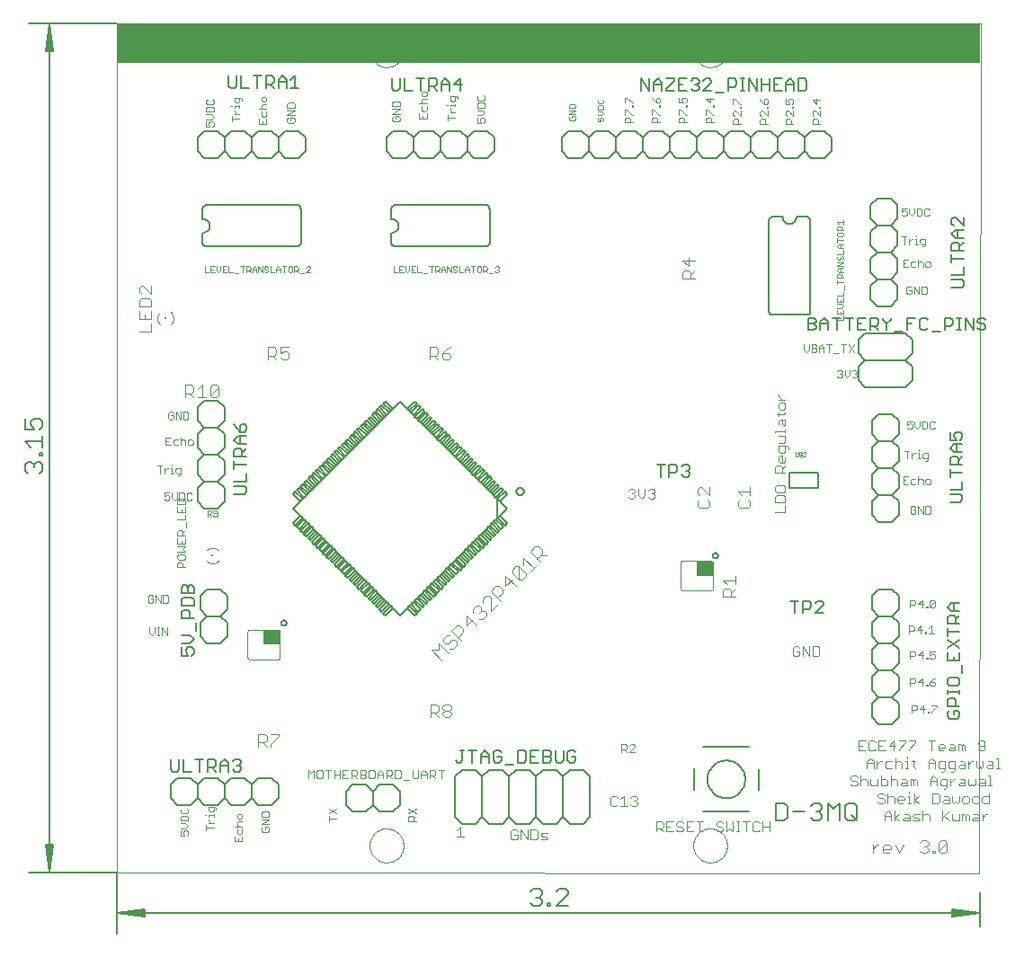
<source format=gto>
G75*
%MOIN*%
%OFA0B0*%
%FSLAX24Y24*%
%IPPOS*%
%LPD*%
%AMOC8*
5,1,8,0,0,1.08239X$1,22.5*
%
%ADD10C,0.0000*%
%ADD11C,0.0060*%
%ADD12C,0.0040*%
%ADD13C,0.0030*%
%ADD14C,0.0020*%
%ADD15C,0.0051*%
%ADD16R,3.2000X0.1500*%
%ADD17C,0.0080*%
%ADD18C,0.0050*%
%ADD19R,0.0591X0.0531*%
%ADD20C,0.0010*%
%ADD21R,0.0079X0.0079*%
%ADD22R,0.0098X0.0059*%
%ADD23R,0.0059X0.0098*%
D10*
X003760Y002393D02*
X003760Y033889D01*
X035780Y033889D01*
X035730Y002343D01*
X003760Y002393D01*
X013130Y003393D02*
X013132Y003443D01*
X013138Y003493D01*
X013148Y003542D01*
X013162Y003590D01*
X013179Y003637D01*
X013200Y003682D01*
X013225Y003726D01*
X013253Y003767D01*
X013285Y003806D01*
X013319Y003843D01*
X013356Y003877D01*
X013396Y003907D01*
X013438Y003934D01*
X013482Y003958D01*
X013528Y003979D01*
X013575Y003995D01*
X013623Y004008D01*
X013673Y004017D01*
X013722Y004022D01*
X013773Y004023D01*
X013823Y004020D01*
X013872Y004013D01*
X013921Y004002D01*
X013969Y003987D01*
X014015Y003969D01*
X014060Y003947D01*
X014103Y003921D01*
X014144Y003892D01*
X014183Y003860D01*
X014219Y003825D01*
X014251Y003787D01*
X014281Y003747D01*
X014308Y003704D01*
X014331Y003660D01*
X014350Y003614D01*
X014366Y003566D01*
X014378Y003517D01*
X014386Y003468D01*
X014390Y003418D01*
X014390Y003368D01*
X014386Y003318D01*
X014378Y003269D01*
X014366Y003220D01*
X014350Y003172D01*
X014331Y003126D01*
X014308Y003082D01*
X014281Y003039D01*
X014251Y002999D01*
X014219Y002961D01*
X014183Y002926D01*
X014144Y002894D01*
X014103Y002865D01*
X014060Y002839D01*
X014015Y002817D01*
X013969Y002799D01*
X013921Y002784D01*
X013872Y002773D01*
X013823Y002766D01*
X013773Y002763D01*
X013722Y002764D01*
X013673Y002769D01*
X013623Y002778D01*
X013575Y002791D01*
X013528Y002807D01*
X013482Y002828D01*
X013438Y002852D01*
X013396Y002879D01*
X013356Y002909D01*
X013319Y002943D01*
X013285Y002980D01*
X013253Y003019D01*
X013225Y003060D01*
X013200Y003104D01*
X013179Y003149D01*
X013162Y003196D01*
X013148Y003244D01*
X013138Y003293D01*
X013132Y003343D01*
X013130Y003393D01*
X025130Y003393D02*
X025132Y003443D01*
X025138Y003493D01*
X025148Y003542D01*
X025162Y003590D01*
X025179Y003637D01*
X025200Y003682D01*
X025225Y003726D01*
X025253Y003767D01*
X025285Y003806D01*
X025319Y003843D01*
X025356Y003877D01*
X025396Y003907D01*
X025438Y003934D01*
X025482Y003958D01*
X025528Y003979D01*
X025575Y003995D01*
X025623Y004008D01*
X025673Y004017D01*
X025722Y004022D01*
X025773Y004023D01*
X025823Y004020D01*
X025872Y004013D01*
X025921Y004002D01*
X025969Y003987D01*
X026015Y003969D01*
X026060Y003947D01*
X026103Y003921D01*
X026144Y003892D01*
X026183Y003860D01*
X026219Y003825D01*
X026251Y003787D01*
X026281Y003747D01*
X026308Y003704D01*
X026331Y003660D01*
X026350Y003614D01*
X026366Y003566D01*
X026378Y003517D01*
X026386Y003468D01*
X026390Y003418D01*
X026390Y003368D01*
X026386Y003318D01*
X026378Y003269D01*
X026366Y003220D01*
X026350Y003172D01*
X026331Y003126D01*
X026308Y003082D01*
X026281Y003039D01*
X026251Y002999D01*
X026219Y002961D01*
X026183Y002926D01*
X026144Y002894D01*
X026103Y002865D01*
X026060Y002839D01*
X026015Y002817D01*
X025969Y002799D01*
X025921Y002784D01*
X025872Y002773D01*
X025823Y002766D01*
X025773Y002763D01*
X025722Y002764D01*
X025673Y002769D01*
X025623Y002778D01*
X025575Y002791D01*
X025528Y002807D01*
X025482Y002828D01*
X025438Y002852D01*
X025396Y002879D01*
X025356Y002909D01*
X025319Y002943D01*
X025285Y002980D01*
X025253Y003019D01*
X025225Y003060D01*
X025200Y003104D01*
X025179Y003149D01*
X025162Y003196D01*
X025148Y003244D01*
X025138Y003293D01*
X025132Y003343D01*
X025130Y003393D01*
X025130Y032893D02*
X025132Y032943D01*
X025138Y032993D01*
X025148Y033042D01*
X025162Y033090D01*
X025179Y033137D01*
X025200Y033182D01*
X025225Y033226D01*
X025253Y033267D01*
X025285Y033306D01*
X025319Y033343D01*
X025356Y033377D01*
X025396Y033407D01*
X025438Y033434D01*
X025482Y033458D01*
X025528Y033479D01*
X025575Y033495D01*
X025623Y033508D01*
X025673Y033517D01*
X025722Y033522D01*
X025773Y033523D01*
X025823Y033520D01*
X025872Y033513D01*
X025921Y033502D01*
X025969Y033487D01*
X026015Y033469D01*
X026060Y033447D01*
X026103Y033421D01*
X026144Y033392D01*
X026183Y033360D01*
X026219Y033325D01*
X026251Y033287D01*
X026281Y033247D01*
X026308Y033204D01*
X026331Y033160D01*
X026350Y033114D01*
X026366Y033066D01*
X026378Y033017D01*
X026386Y032968D01*
X026390Y032918D01*
X026390Y032868D01*
X026386Y032818D01*
X026378Y032769D01*
X026366Y032720D01*
X026350Y032672D01*
X026331Y032626D01*
X026308Y032582D01*
X026281Y032539D01*
X026251Y032499D01*
X026219Y032461D01*
X026183Y032426D01*
X026144Y032394D01*
X026103Y032365D01*
X026060Y032339D01*
X026015Y032317D01*
X025969Y032299D01*
X025921Y032284D01*
X025872Y032273D01*
X025823Y032266D01*
X025773Y032263D01*
X025722Y032264D01*
X025673Y032269D01*
X025623Y032278D01*
X025575Y032291D01*
X025528Y032307D01*
X025482Y032328D01*
X025438Y032352D01*
X025396Y032379D01*
X025356Y032409D01*
X025319Y032443D01*
X025285Y032480D01*
X025253Y032519D01*
X025225Y032560D01*
X025200Y032604D01*
X025179Y032649D01*
X025162Y032696D01*
X025148Y032744D01*
X025138Y032793D01*
X025132Y032843D01*
X025130Y032893D01*
X013130Y032893D02*
X013132Y032943D01*
X013138Y032993D01*
X013148Y033042D01*
X013162Y033090D01*
X013179Y033137D01*
X013200Y033182D01*
X013225Y033226D01*
X013253Y033267D01*
X013285Y033306D01*
X013319Y033343D01*
X013356Y033377D01*
X013396Y033407D01*
X013438Y033434D01*
X013482Y033458D01*
X013528Y033479D01*
X013575Y033495D01*
X013623Y033508D01*
X013673Y033517D01*
X013722Y033522D01*
X013773Y033523D01*
X013823Y033520D01*
X013872Y033513D01*
X013921Y033502D01*
X013969Y033487D01*
X014015Y033469D01*
X014060Y033447D01*
X014103Y033421D01*
X014144Y033392D01*
X014183Y033360D01*
X014219Y033325D01*
X014251Y033287D01*
X014281Y033247D01*
X014308Y033204D01*
X014331Y033160D01*
X014350Y033114D01*
X014366Y033066D01*
X014378Y033017D01*
X014386Y032968D01*
X014390Y032918D01*
X014390Y032868D01*
X014386Y032818D01*
X014378Y032769D01*
X014366Y032720D01*
X014350Y032672D01*
X014331Y032626D01*
X014308Y032582D01*
X014281Y032539D01*
X014251Y032499D01*
X014219Y032461D01*
X014183Y032426D01*
X014144Y032394D01*
X014103Y032365D01*
X014060Y032339D01*
X014015Y032317D01*
X013969Y032299D01*
X013921Y032284D01*
X013872Y032273D01*
X013823Y032266D01*
X013773Y032263D01*
X013722Y032264D01*
X013673Y032269D01*
X013623Y032278D01*
X013575Y032291D01*
X013528Y032307D01*
X013482Y032328D01*
X013438Y032352D01*
X013396Y032379D01*
X013356Y032409D01*
X013319Y032443D01*
X013285Y032480D01*
X013253Y032519D01*
X013225Y032560D01*
X013200Y032604D01*
X013179Y032649D01*
X013162Y032696D01*
X013148Y032744D01*
X013138Y032793D01*
X013132Y032843D01*
X013130Y032893D01*
D11*
X014010Y029893D02*
X013760Y029643D01*
X013760Y029143D01*
X014010Y028893D01*
X014510Y028893D01*
X014760Y029143D01*
X014760Y029643D01*
X014510Y029893D01*
X014010Y029893D01*
X014760Y029643D02*
X015010Y029893D01*
X015510Y029893D01*
X015760Y029643D01*
X016010Y029893D01*
X016510Y029893D01*
X016760Y029643D01*
X017010Y029893D01*
X017510Y029893D01*
X017760Y029643D01*
X017760Y029143D01*
X017510Y028893D01*
X017010Y028893D01*
X016760Y029143D01*
X016510Y028893D01*
X016010Y028893D01*
X015760Y029143D01*
X015760Y029643D01*
X015760Y029143D02*
X015510Y028893D01*
X015010Y028893D01*
X014760Y029143D01*
X016760Y029143D02*
X016760Y029643D01*
X020260Y029643D02*
X020260Y029143D01*
X020510Y028893D01*
X021010Y028893D01*
X021260Y029143D01*
X021510Y028893D01*
X022010Y028893D01*
X022260Y029143D01*
X022260Y029643D01*
X022010Y029893D01*
X021510Y029893D01*
X021260Y029643D01*
X021260Y029143D01*
X021260Y029643D02*
X021010Y029893D01*
X020510Y029893D01*
X020260Y029643D01*
X022260Y029643D02*
X022510Y029893D01*
X023010Y029893D01*
X023260Y029643D01*
X023510Y029893D01*
X024010Y029893D01*
X024260Y029643D01*
X024510Y029893D01*
X025010Y029893D01*
X025260Y029643D01*
X025260Y029143D01*
X025010Y028893D01*
X024510Y028893D01*
X024260Y029143D01*
X024010Y028893D01*
X023510Y028893D01*
X023260Y029143D01*
X023010Y028893D01*
X022510Y028893D01*
X022260Y029143D01*
X023260Y029143D02*
X023260Y029643D01*
X024260Y029643D02*
X024260Y029143D01*
X025260Y029143D02*
X025510Y028893D01*
X026010Y028893D01*
X026260Y029143D01*
X026510Y028893D01*
X027010Y028893D01*
X027260Y029143D01*
X027510Y028893D01*
X028010Y028893D01*
X028260Y029143D01*
X028260Y029643D01*
X028010Y029893D01*
X027510Y029893D01*
X027260Y029643D01*
X027260Y029143D01*
X027260Y029643D02*
X027010Y029893D01*
X026510Y029893D01*
X026260Y029643D01*
X026260Y029143D01*
X026260Y029643D02*
X026010Y029893D01*
X025510Y029893D01*
X025260Y029643D01*
X028260Y029643D02*
X028510Y029893D01*
X029010Y029893D01*
X029260Y029643D01*
X029510Y029893D01*
X030010Y029893D01*
X030260Y029643D01*
X030260Y029143D01*
X030010Y028893D01*
X029510Y028893D01*
X029260Y029143D01*
X029010Y028893D01*
X028510Y028893D01*
X028260Y029143D01*
X029260Y029143D02*
X029260Y029643D01*
X031710Y027143D02*
X031710Y026643D01*
X031960Y026393D01*
X031710Y026143D01*
X031710Y025643D01*
X031960Y025393D01*
X032460Y025393D01*
X032710Y025643D01*
X032710Y026143D01*
X032460Y026393D01*
X031960Y026393D01*
X032460Y026393D02*
X032710Y026643D01*
X032710Y027143D01*
X032460Y027393D01*
X031960Y027393D01*
X031710Y027143D01*
X031960Y025393D02*
X031710Y025143D01*
X031710Y024643D01*
X031960Y024393D01*
X031710Y024143D01*
X031710Y023643D01*
X031960Y023393D01*
X032460Y023393D01*
X032710Y023643D01*
X032710Y024143D01*
X032460Y024393D01*
X031960Y024393D01*
X032460Y024393D02*
X032710Y024643D01*
X032710Y025143D01*
X032460Y025393D01*
X033010Y022393D02*
X031510Y022393D01*
X031260Y022143D01*
X031260Y021643D01*
X031510Y021393D01*
X033010Y021393D01*
X033260Y021143D01*
X033260Y020643D01*
X033010Y020393D01*
X031510Y020393D01*
X031260Y020643D01*
X031260Y021143D01*
X031510Y021393D01*
X033010Y021393D02*
X033260Y021643D01*
X033260Y022143D01*
X033010Y022393D01*
X032510Y019393D02*
X032010Y019393D01*
X031760Y019143D01*
X031760Y018643D01*
X032010Y018393D01*
X031760Y018143D01*
X031760Y017643D01*
X032010Y017393D01*
X032510Y017393D01*
X032760Y017643D01*
X032760Y018143D01*
X032510Y018393D01*
X032010Y018393D01*
X032510Y018393D02*
X032760Y018643D01*
X032760Y019143D01*
X032510Y019393D01*
X032510Y017393D02*
X032760Y017143D01*
X032760Y016643D01*
X032510Y016393D01*
X032760Y016143D01*
X032760Y015643D01*
X032510Y015393D01*
X032010Y015393D01*
X031760Y015643D01*
X031760Y016143D01*
X032010Y016393D01*
X031760Y016643D01*
X031760Y017143D01*
X032010Y017393D01*
X032010Y016393D02*
X032510Y016393D01*
X032510Y012893D02*
X032010Y012893D01*
X031760Y012643D01*
X031760Y012143D01*
X032010Y011893D01*
X031760Y011643D01*
X031760Y011143D01*
X032010Y010893D01*
X032510Y010893D01*
X032760Y011143D01*
X032760Y011643D01*
X032510Y011893D01*
X032010Y011893D01*
X032510Y011893D02*
X032760Y012143D01*
X032760Y012643D01*
X032510Y012893D01*
X032510Y010893D02*
X032760Y010643D01*
X032760Y010143D01*
X032510Y009893D01*
X032760Y009643D01*
X032760Y009143D01*
X032510Y008893D01*
X032760Y008643D01*
X032760Y008143D01*
X032510Y007893D01*
X032010Y007893D01*
X031760Y008143D01*
X031760Y008643D01*
X032010Y008893D01*
X031760Y009143D01*
X031760Y009643D01*
X032010Y009893D01*
X031760Y010143D01*
X031760Y010643D01*
X032010Y010893D01*
X032010Y009893D02*
X032510Y009893D01*
X032510Y008893D02*
X032010Y008893D01*
X031088Y004964D02*
X031195Y004857D01*
X031195Y004430D01*
X031088Y004323D01*
X030874Y004323D01*
X030768Y004430D01*
X030768Y004857D01*
X030874Y004964D01*
X031088Y004964D01*
X030981Y004537D02*
X031195Y004323D01*
X030550Y004323D02*
X030550Y004964D01*
X030337Y004750D01*
X030123Y004964D01*
X030123Y004323D01*
X029906Y004430D02*
X029799Y004323D01*
X029585Y004323D01*
X029479Y004430D01*
X029692Y004644D02*
X029799Y004644D01*
X029906Y004537D01*
X029906Y004430D01*
X029799Y004644D02*
X029906Y004750D01*
X029906Y004857D01*
X029799Y004964D01*
X029585Y004964D01*
X029479Y004857D01*
X029261Y004644D02*
X028834Y004644D01*
X028617Y004857D02*
X028510Y004964D01*
X028190Y004964D01*
X028190Y004323D01*
X028510Y004323D01*
X028617Y004430D01*
X028617Y004857D01*
X021310Y004443D02*
X021060Y004193D01*
X020560Y004193D01*
X020310Y004443D01*
X020310Y005943D01*
X020560Y006193D01*
X021060Y006193D01*
X021310Y005943D01*
X021310Y004443D01*
X020310Y004443D02*
X020060Y004193D01*
X019560Y004193D01*
X019310Y004443D01*
X019310Y005943D01*
X019560Y006193D01*
X020060Y006193D01*
X020310Y005943D01*
X019310Y005943D02*
X019060Y006193D01*
X018560Y006193D01*
X018310Y005943D01*
X018310Y004443D01*
X018560Y004193D01*
X019060Y004193D01*
X019310Y004443D01*
X018310Y004443D02*
X018060Y004193D01*
X017560Y004193D01*
X017310Y004443D01*
X017310Y005943D01*
X017560Y006193D01*
X018060Y006193D01*
X018310Y005943D01*
X017310Y005943D02*
X017060Y006193D01*
X016560Y006193D01*
X016310Y005943D01*
X016310Y004443D01*
X016560Y004193D01*
X017060Y004193D01*
X017310Y004443D01*
X014260Y004893D02*
X014010Y004643D01*
X013510Y004643D01*
X013260Y004893D01*
X013010Y004643D01*
X012510Y004643D01*
X012260Y004893D01*
X012260Y005393D01*
X012510Y005643D01*
X013010Y005643D01*
X013260Y005393D01*
X013510Y005643D01*
X014010Y005643D01*
X014260Y005393D01*
X014260Y004893D01*
X013260Y004893D02*
X013260Y005393D01*
X009760Y005143D02*
X009510Y004893D01*
X009010Y004893D01*
X008760Y005143D01*
X008510Y004893D01*
X008010Y004893D01*
X007760Y005143D01*
X007510Y004893D01*
X007010Y004893D01*
X006760Y005143D01*
X006510Y004893D01*
X006010Y004893D01*
X005760Y005143D01*
X005760Y005643D01*
X006010Y005893D01*
X006510Y005893D01*
X006760Y005643D01*
X007010Y005893D01*
X007510Y005893D01*
X007760Y005643D01*
X007760Y005143D01*
X007760Y005643D02*
X008010Y005893D01*
X008510Y005893D01*
X008760Y005643D01*
X009010Y005893D01*
X009510Y005893D01*
X009760Y005643D01*
X009760Y005143D01*
X008760Y005143D02*
X008760Y005643D01*
X006760Y005643D02*
X006760Y005143D01*
X007110Y010893D02*
X006860Y011143D01*
X006860Y011643D01*
X007110Y011893D01*
X006860Y012143D01*
X006860Y012643D01*
X007110Y012893D01*
X007610Y012893D01*
X007860Y012643D01*
X007860Y012143D01*
X007610Y011893D01*
X007860Y011643D01*
X007860Y011143D01*
X007610Y010893D01*
X007110Y010893D01*
X007110Y011893D02*
X007610Y011893D01*
X010710Y014932D02*
X010788Y014854D01*
X011063Y015130D01*
X010986Y015207D01*
X010710Y014932D01*
X010653Y014988D02*
X010929Y015264D01*
X010851Y015342D01*
X010575Y015066D01*
X010653Y014988D01*
X010512Y015130D02*
X010788Y015405D01*
X010710Y015483D01*
X010434Y015207D01*
X010512Y015130D01*
X010370Y015271D02*
X010646Y015547D01*
X010568Y015625D01*
X010293Y015349D01*
X010370Y015271D01*
X010851Y014790D02*
X010929Y014712D01*
X011205Y014988D01*
X011127Y015066D01*
X010851Y014790D01*
X010993Y014649D02*
X011070Y014571D01*
X011346Y014847D01*
X011268Y014925D01*
X010993Y014649D01*
X011127Y014514D02*
X011205Y014437D01*
X011481Y014712D01*
X011403Y014790D01*
X011127Y014514D01*
X011268Y014373D02*
X011544Y014649D01*
X011622Y014571D01*
X011346Y014295D01*
X011268Y014373D01*
X011410Y014232D02*
X011488Y014154D01*
X011763Y014430D01*
X011686Y014507D01*
X011410Y014232D01*
X011544Y014097D02*
X011622Y014019D01*
X011898Y014295D01*
X011820Y014373D01*
X011544Y014097D01*
X011686Y013956D02*
X011763Y013878D01*
X012039Y014154D01*
X011961Y014232D01*
X011686Y013956D01*
X011827Y013814D02*
X011905Y013737D01*
X012181Y014012D01*
X012103Y014090D01*
X011827Y013814D01*
X011968Y013673D02*
X012046Y013595D01*
X012322Y013871D01*
X012237Y013956D01*
X011968Y013673D01*
X012103Y013539D02*
X012181Y013461D01*
X012456Y013737D01*
X012379Y013814D01*
X012103Y013539D01*
X012244Y013397D02*
X012322Y013319D01*
X012598Y013595D01*
X012520Y013673D01*
X012244Y013397D01*
X012386Y013256D02*
X012463Y013178D01*
X012739Y013454D01*
X012661Y013532D01*
X012386Y013256D01*
X012520Y013121D02*
X012598Y013044D01*
X012874Y013319D01*
X012796Y013397D01*
X012520Y013121D01*
X012661Y012980D02*
X012739Y012902D01*
X013015Y013178D01*
X012937Y013256D01*
X012661Y012980D01*
X012803Y012839D02*
X012881Y012761D01*
X013156Y013037D01*
X013079Y013114D01*
X012803Y012839D01*
X012937Y012704D02*
X013015Y012626D01*
X013291Y012902D01*
X013213Y012980D01*
X012937Y012704D01*
X013079Y012563D02*
X013156Y012485D01*
X013432Y012761D01*
X013354Y012839D01*
X013079Y012563D01*
X013220Y012421D02*
X013298Y012344D01*
X013574Y012619D01*
X013496Y012697D01*
X013220Y012421D01*
X013354Y012287D02*
X013432Y012209D01*
X013708Y012485D01*
X013630Y012563D01*
X013354Y012287D01*
X013496Y012146D02*
X013574Y012068D01*
X013849Y012344D01*
X013772Y012421D01*
X013496Y012146D01*
X013637Y012004D02*
X013715Y011926D01*
X013991Y012202D01*
X013913Y012280D01*
X013637Y012004D01*
X014260Y011934D02*
X018219Y015893D01*
X014260Y019853D01*
X010300Y015893D01*
X014260Y011934D01*
X014528Y012202D02*
X014606Y012280D01*
X014882Y012004D01*
X014804Y011926D01*
X014528Y012202D01*
X014670Y012344D02*
X014945Y012068D01*
X015023Y012146D01*
X014747Y012421D01*
X014670Y012344D01*
X014811Y012485D02*
X015087Y012209D01*
X015165Y012287D01*
X014889Y012563D01*
X014811Y012485D01*
X014945Y012619D02*
X015221Y012344D01*
X015299Y012421D01*
X015023Y012697D01*
X014945Y012619D01*
X015087Y012761D02*
X015363Y012485D01*
X015440Y012563D01*
X015165Y012839D01*
X015087Y012761D01*
X015228Y012902D02*
X015504Y012626D01*
X015582Y012704D01*
X015306Y012980D01*
X015228Y012902D01*
X015363Y013037D02*
X015638Y012761D01*
X015716Y012839D01*
X015440Y013114D01*
X015363Y013037D01*
X015504Y013178D02*
X015780Y012902D01*
X015858Y012980D01*
X015582Y013256D01*
X015504Y013178D01*
X015645Y013319D02*
X015921Y013044D01*
X015999Y013121D01*
X015723Y013397D01*
X015645Y013319D01*
X015780Y013454D02*
X016056Y013178D01*
X016133Y013256D01*
X015858Y013532D01*
X015780Y013454D01*
X015921Y013595D02*
X016197Y013319D01*
X016275Y013397D01*
X015999Y013673D01*
X015921Y013595D01*
X016063Y013737D02*
X016338Y013461D01*
X016416Y013539D01*
X016140Y013814D01*
X016063Y013737D01*
X016197Y013871D02*
X016480Y013602D01*
X016558Y013680D01*
X016282Y013956D01*
X016197Y013871D01*
X016338Y014012D02*
X016614Y013737D01*
X016692Y013814D01*
X016416Y014090D01*
X016338Y014012D01*
X016480Y014154D02*
X016756Y013878D01*
X016833Y013956D01*
X016558Y014232D01*
X016480Y014154D01*
X016621Y014295D02*
X016897Y014019D01*
X016975Y014097D01*
X016699Y014373D01*
X016621Y014295D01*
X016756Y014430D02*
X017031Y014154D01*
X017109Y014232D01*
X016833Y014507D01*
X016756Y014430D01*
X016897Y014571D02*
X017173Y014295D01*
X017251Y014373D01*
X016975Y014649D01*
X016897Y014571D01*
X017038Y014712D02*
X017314Y014437D01*
X017392Y014514D01*
X017116Y014790D01*
X017038Y014712D01*
X017173Y014847D02*
X017449Y014571D01*
X017526Y014649D01*
X017251Y014925D01*
X017173Y014847D01*
X017314Y014988D02*
X017590Y014712D01*
X017668Y014790D01*
X017392Y015066D01*
X017314Y014988D01*
X017456Y015130D02*
X017731Y014854D01*
X017809Y014932D01*
X017533Y015207D01*
X017456Y015130D01*
X017590Y015264D02*
X017866Y014988D01*
X017944Y015066D01*
X017668Y015342D01*
X017590Y015264D01*
X017731Y015405D02*
X018007Y015130D01*
X018085Y015207D01*
X017809Y015483D01*
X017731Y015405D01*
X017866Y015540D02*
X017866Y016247D01*
X017873Y016240D02*
X018149Y016516D01*
X018226Y016438D01*
X017951Y016162D01*
X017873Y016240D01*
X017809Y016303D02*
X018085Y016579D01*
X018007Y016657D01*
X017731Y016381D01*
X017809Y016303D01*
X017668Y016445D02*
X017944Y016721D01*
X017866Y016798D01*
X017590Y016523D01*
X017668Y016445D01*
X017533Y016579D02*
X017809Y016855D01*
X017731Y016933D01*
X017456Y016657D01*
X017533Y016579D01*
X017392Y016721D02*
X017668Y016996D01*
X017590Y017074D01*
X017314Y016798D01*
X017392Y016721D01*
X017251Y016862D02*
X017526Y017138D01*
X017449Y017216D01*
X017173Y016940D01*
X017251Y016862D01*
X017116Y016996D02*
X017392Y017272D01*
X017314Y017350D01*
X017038Y017074D01*
X017116Y016996D01*
X016975Y017138D02*
X017251Y017414D01*
X017173Y017491D01*
X016897Y017216D01*
X016975Y017138D01*
X016833Y017279D02*
X017109Y017555D01*
X017031Y017633D01*
X016756Y017357D01*
X016833Y017279D01*
X016699Y017414D02*
X016621Y017491D01*
X016897Y017767D01*
X016975Y017689D01*
X016699Y017414D01*
X016558Y017555D02*
X016833Y017831D01*
X016756Y017909D01*
X016480Y017633D01*
X016558Y017555D01*
X016416Y017696D02*
X016692Y017972D01*
X016614Y018050D01*
X016338Y017774D01*
X016416Y017696D01*
X016282Y017831D02*
X016551Y018114D01*
X016473Y018191D01*
X016197Y017916D01*
X016282Y017831D01*
X016140Y017972D02*
X016416Y018248D01*
X016338Y018326D01*
X016063Y018050D01*
X016140Y017972D01*
X015999Y018114D02*
X015921Y018191D01*
X016197Y018467D01*
X016275Y018389D01*
X015999Y018114D01*
X015858Y018255D02*
X016133Y018531D01*
X016056Y018609D01*
X015780Y018333D01*
X015858Y018255D01*
X015723Y018389D02*
X015999Y018665D01*
X015921Y018743D01*
X015645Y018467D01*
X015723Y018389D01*
X015582Y018531D02*
X015858Y018807D01*
X015780Y018884D01*
X015504Y018609D01*
X015582Y018531D01*
X015440Y018672D02*
X015716Y018948D01*
X015638Y019026D01*
X015363Y018750D01*
X015440Y018672D01*
X015306Y018807D02*
X015228Y018884D01*
X015504Y019160D01*
X015582Y019082D01*
X015306Y018807D01*
X015165Y018948D02*
X015440Y019224D01*
X015363Y019302D01*
X015087Y019026D01*
X015165Y018948D01*
X015023Y019089D02*
X015299Y019365D01*
X015221Y019443D01*
X014945Y019167D01*
X015023Y019089D01*
X014889Y019224D02*
X015165Y019500D01*
X015087Y019577D01*
X014811Y019302D01*
X014889Y019224D01*
X014747Y019365D02*
X014670Y019443D01*
X014945Y019719D01*
X015023Y019641D01*
X014747Y019365D01*
X014606Y019507D02*
X014882Y019782D01*
X014804Y019860D01*
X014528Y019584D01*
X014606Y019507D01*
X013991Y019584D02*
X013715Y019860D01*
X013637Y019782D01*
X013913Y019507D01*
X013991Y019584D01*
X013849Y019443D02*
X013574Y019719D01*
X013496Y019641D01*
X013772Y019365D01*
X013849Y019443D01*
X013708Y019302D02*
X013432Y019577D01*
X013354Y019500D01*
X013630Y019224D01*
X013708Y019302D01*
X013574Y019167D02*
X013298Y019443D01*
X013220Y019365D01*
X013496Y019089D01*
X013574Y019167D01*
X013432Y019026D02*
X013354Y018948D01*
X013079Y019224D01*
X013156Y019302D01*
X013432Y019026D01*
X013291Y018884D02*
X013015Y019160D01*
X012937Y019082D01*
X013213Y018807D01*
X013291Y018884D01*
X013156Y018750D02*
X012881Y019026D01*
X012803Y018948D01*
X013079Y018672D01*
X013156Y018750D01*
X013015Y018609D02*
X012739Y018884D01*
X012661Y018807D01*
X012937Y018531D01*
X013015Y018609D01*
X012874Y018467D02*
X012598Y018743D01*
X012520Y018665D01*
X012796Y018389D01*
X012874Y018467D01*
X012739Y018333D02*
X012661Y018255D01*
X012386Y018531D01*
X012463Y018609D01*
X012739Y018333D01*
X012598Y018191D02*
X012322Y018467D01*
X012244Y018389D01*
X012520Y018114D01*
X012598Y018191D01*
X012456Y018050D02*
X012181Y018326D01*
X012103Y018248D01*
X012379Y017972D01*
X012456Y018050D01*
X012322Y017916D02*
X012039Y018184D01*
X011961Y018107D01*
X012237Y017831D01*
X012322Y017916D01*
X012181Y017774D02*
X011905Y018050D01*
X011827Y017972D01*
X012103Y017696D01*
X012181Y017774D01*
X012039Y017633D02*
X011961Y017555D01*
X011686Y017831D01*
X011763Y017909D01*
X012039Y017633D01*
X011898Y017491D02*
X011622Y017767D01*
X011544Y017689D01*
X011820Y017414D01*
X011898Y017491D01*
X011763Y017357D02*
X011488Y017633D01*
X011410Y017555D01*
X011686Y017279D01*
X011763Y017357D01*
X011622Y017216D02*
X011544Y017138D01*
X011268Y017414D01*
X011346Y017491D01*
X011622Y017216D01*
X011481Y017074D02*
X011403Y016996D01*
X011127Y017272D01*
X011205Y017350D01*
X011481Y017074D01*
X011346Y016940D02*
X011070Y017216D01*
X010993Y017138D01*
X011268Y016862D01*
X011346Y016940D01*
X011205Y016798D02*
X010929Y017074D01*
X010851Y016996D01*
X011127Y016721D01*
X011205Y016798D01*
X011063Y016657D02*
X010788Y016933D01*
X010710Y016855D01*
X010986Y016579D01*
X011063Y016657D01*
X010929Y016523D02*
X010653Y016798D01*
X010575Y016721D01*
X010851Y016445D01*
X010929Y016523D01*
X010788Y016381D02*
X010710Y016303D01*
X010434Y016579D01*
X010512Y016657D01*
X010788Y016381D01*
X010646Y016240D02*
X010370Y016516D01*
X010293Y016438D01*
X010568Y016162D01*
X010646Y016240D01*
X007760Y016143D02*
X007760Y016643D01*
X007510Y016893D01*
X007760Y017143D01*
X007760Y017643D01*
X007510Y017893D01*
X007010Y017893D01*
X006760Y017643D01*
X006760Y017143D01*
X007010Y016893D01*
X007510Y016893D01*
X007010Y016893D02*
X006760Y016643D01*
X006760Y016143D01*
X007010Y015893D01*
X007510Y015893D01*
X007760Y016143D01*
X007510Y017893D02*
X007760Y018143D01*
X007760Y018643D01*
X007510Y018893D01*
X007760Y019143D01*
X007760Y019643D01*
X007510Y019893D01*
X007010Y019893D01*
X006760Y019643D01*
X006760Y019143D01*
X007010Y018893D01*
X007510Y018893D01*
X007010Y018893D02*
X006760Y018643D01*
X006760Y018143D01*
X007010Y017893D01*
X001003Y017948D02*
X001003Y017841D01*
X000897Y017841D01*
X000897Y017948D01*
X001003Y017948D01*
X001003Y018163D02*
X001003Y018590D01*
X001003Y018377D02*
X000363Y018377D01*
X000576Y018163D01*
X000576Y017623D02*
X000683Y017517D01*
X000790Y017623D01*
X000897Y017623D01*
X001003Y017517D01*
X001003Y017303D01*
X000897Y017196D01*
X000683Y017410D02*
X000683Y017517D01*
X000576Y017623D02*
X000470Y017623D01*
X000363Y017517D01*
X000363Y017303D01*
X000470Y017196D01*
X000363Y018808D02*
X000683Y018808D01*
X000576Y019021D01*
X000576Y019128D01*
X000683Y019235D01*
X000897Y019235D01*
X001003Y019128D01*
X001003Y018915D01*
X000897Y018808D01*
X000363Y018808D02*
X000363Y019235D01*
X007010Y028893D02*
X007510Y028893D01*
X007760Y029143D01*
X008010Y028893D01*
X008510Y028893D01*
X008760Y029143D01*
X008760Y029643D01*
X008510Y029893D01*
X008010Y029893D01*
X007760Y029643D01*
X007760Y029143D01*
X007760Y029643D02*
X007510Y029893D01*
X007010Y029893D01*
X006760Y029643D01*
X006760Y029143D01*
X007010Y028893D01*
X008760Y029143D02*
X009010Y028893D01*
X009510Y028893D01*
X009760Y029143D01*
X010010Y028893D01*
X010510Y028893D01*
X010760Y029143D01*
X010760Y029643D01*
X010510Y029893D01*
X010010Y029893D01*
X009760Y029643D01*
X009760Y029143D01*
X009760Y029643D02*
X009510Y029893D01*
X009010Y029893D01*
X008760Y029643D01*
X017951Y015625D02*
X018226Y015349D01*
X018149Y015271D01*
X017873Y015547D01*
X017951Y015625D01*
X019199Y001790D02*
X019412Y001790D01*
X019519Y001683D01*
X019519Y001577D01*
X019412Y001470D01*
X019519Y001363D01*
X019519Y001256D01*
X019412Y001149D01*
X019199Y001149D01*
X019092Y001256D01*
X019305Y001470D02*
X019412Y001470D01*
X019092Y001683D02*
X019199Y001790D01*
X019737Y001256D02*
X019843Y001256D01*
X019843Y001149D01*
X019737Y001149D01*
X019737Y001256D01*
X020059Y001149D02*
X020486Y001577D01*
X020486Y001683D01*
X020379Y001790D01*
X020166Y001790D01*
X020059Y001683D01*
X020059Y001149D02*
X020486Y001149D01*
D12*
X015787Y005883D02*
X015787Y006194D01*
X015684Y006194D02*
X015890Y006194D01*
X015568Y006142D02*
X015568Y006038D01*
X015516Y005987D01*
X015361Y005987D01*
X015361Y005883D02*
X015361Y006194D01*
X015516Y006194D01*
X015568Y006142D01*
X015465Y005987D02*
X015568Y005883D01*
X015246Y005883D02*
X015246Y006090D01*
X015143Y006194D01*
X015039Y006090D01*
X015039Y005883D01*
X014924Y005935D02*
X014924Y006194D01*
X015039Y006038D02*
X015246Y006038D01*
X014924Y005935D02*
X014872Y005883D01*
X014769Y005883D01*
X014717Y005935D01*
X014717Y006194D01*
X014601Y005832D02*
X014395Y005832D01*
X014279Y005935D02*
X014279Y006142D01*
X014227Y006194D01*
X014072Y006194D01*
X014072Y005883D01*
X014227Y005883D01*
X014279Y005935D01*
X013957Y005883D02*
X013853Y005987D01*
X013905Y005987D02*
X013750Y005987D01*
X013750Y005883D02*
X013750Y006194D01*
X013905Y006194D01*
X013957Y006142D01*
X013957Y006038D01*
X013905Y005987D01*
X013635Y006038D02*
X013428Y006038D01*
X013428Y006090D02*
X013531Y006194D01*
X013635Y006090D01*
X013635Y005883D01*
X013428Y005883D02*
X013428Y006090D01*
X013312Y006142D02*
X013261Y006194D01*
X013157Y006194D01*
X013105Y006142D01*
X013105Y005935D01*
X013157Y005883D01*
X013261Y005883D01*
X013312Y005935D01*
X013312Y006142D01*
X012990Y006142D02*
X012990Y006090D01*
X012938Y006038D01*
X012783Y006038D01*
X012668Y006038D02*
X012668Y006142D01*
X012616Y006194D01*
X012461Y006194D01*
X012461Y005883D01*
X012461Y005987D02*
X012616Y005987D01*
X012668Y006038D01*
X012564Y005987D02*
X012668Y005883D01*
X012783Y005883D02*
X012783Y006194D01*
X012938Y006194D01*
X012990Y006142D01*
X012938Y006038D02*
X012990Y005987D01*
X012990Y005935D01*
X012938Y005883D01*
X012783Y005883D01*
X012345Y005883D02*
X012139Y005883D01*
X012139Y006194D01*
X012345Y006194D01*
X012242Y006038D02*
X012139Y006038D01*
X012023Y006038D02*
X011816Y006038D01*
X011816Y005883D02*
X011816Y006194D01*
X011701Y006194D02*
X011494Y006194D01*
X011597Y006194D02*
X011597Y005883D01*
X011379Y005935D02*
X011379Y006142D01*
X011327Y006194D01*
X011223Y006194D01*
X011172Y006142D01*
X011172Y005935D01*
X011223Y005883D01*
X011327Y005883D01*
X011379Y005935D01*
X011056Y005883D02*
X011056Y006194D01*
X010953Y006090D01*
X010850Y006194D01*
X010850Y005883D01*
X009469Y007063D02*
X009469Y007140D01*
X009776Y007447D01*
X009776Y007524D01*
X009469Y007524D01*
X009316Y007447D02*
X009316Y007294D01*
X009239Y007217D01*
X009009Y007217D01*
X009162Y007217D02*
X009316Y007063D01*
X009009Y007063D02*
X009009Y007524D01*
X009239Y007524D01*
X009316Y007447D01*
X012023Y006194D02*
X012023Y005883D01*
X015380Y008163D02*
X015380Y008624D01*
X015610Y008624D01*
X015686Y008547D01*
X015686Y008394D01*
X015610Y008317D01*
X015380Y008317D01*
X015533Y008317D02*
X015686Y008163D01*
X015840Y008240D02*
X015917Y008163D01*
X016070Y008163D01*
X016147Y008240D01*
X016147Y008317D01*
X016070Y008394D01*
X015917Y008394D01*
X015840Y008470D01*
X015840Y008547D01*
X015917Y008624D01*
X016070Y008624D01*
X016147Y008547D01*
X016147Y008470D01*
X016070Y008394D01*
X015917Y008394D02*
X015840Y008317D01*
X015840Y008240D01*
X009810Y010371D02*
X009810Y011316D01*
X009808Y011331D01*
X009804Y011346D01*
X009797Y011360D01*
X009787Y011372D01*
X009775Y011382D01*
X009761Y011389D01*
X009746Y011393D01*
X009731Y011395D01*
X009731Y011394D02*
X008688Y011394D01*
X008688Y011395D02*
X008673Y011393D01*
X008658Y011389D01*
X008644Y011382D01*
X008632Y011372D01*
X008622Y011360D01*
X008615Y011346D01*
X008611Y011331D01*
X008609Y011316D01*
X008609Y010371D01*
X008611Y010356D01*
X008615Y010341D01*
X008622Y010327D01*
X008632Y010315D01*
X008644Y010305D01*
X008658Y010298D01*
X008673Y010294D01*
X008688Y010292D01*
X009731Y010292D01*
X009746Y010294D01*
X009761Y010298D01*
X009775Y010305D01*
X009787Y010315D01*
X009797Y010327D01*
X009804Y010341D01*
X009808Y010356D01*
X009810Y010371D01*
X007527Y014340D02*
X007504Y014363D01*
X007478Y014383D01*
X007450Y014400D01*
X007421Y014414D01*
X007390Y014425D01*
X007359Y014432D01*
X007326Y014436D01*
X007294Y014436D01*
X007261Y014432D01*
X007230Y014425D01*
X007199Y014414D01*
X007170Y014400D01*
X007142Y014383D01*
X007116Y014363D01*
X007093Y014340D01*
X007093Y013946D02*
X007116Y013923D01*
X007142Y013903D01*
X007170Y013886D01*
X007199Y013872D01*
X007230Y013861D01*
X007261Y013854D01*
X007294Y013850D01*
X007326Y013850D01*
X007359Y013854D01*
X007390Y013861D01*
X007421Y013872D01*
X007450Y013886D01*
X007478Y013903D01*
X007504Y013923D01*
X007527Y013946D01*
X007449Y020013D02*
X007296Y020013D01*
X007219Y020090D01*
X007526Y020397D01*
X007526Y020090D01*
X007449Y020013D01*
X007219Y020090D02*
X007219Y020397D01*
X007296Y020474D01*
X007449Y020474D01*
X007526Y020397D01*
X007066Y020013D02*
X006759Y020013D01*
X006912Y020013D02*
X006912Y020474D01*
X006759Y020320D01*
X006605Y020244D02*
X006529Y020167D01*
X006298Y020167D01*
X006298Y020013D02*
X006298Y020474D01*
X006529Y020474D01*
X006605Y020397D01*
X006605Y020244D01*
X006452Y020167D02*
X006605Y020013D01*
X009359Y021413D02*
X009359Y021874D01*
X009589Y021874D01*
X009666Y021797D01*
X009666Y021644D01*
X009589Y021567D01*
X009359Y021567D01*
X009512Y021567D02*
X009666Y021413D01*
X009819Y021490D02*
X009896Y021413D01*
X010049Y021413D01*
X010126Y021490D01*
X010126Y021644D01*
X010049Y021720D01*
X009973Y021720D01*
X009819Y021644D01*
X009819Y021874D01*
X010126Y021874D01*
X005757Y022726D02*
X005780Y022749D01*
X005800Y022775D01*
X005817Y022803D01*
X005831Y022832D01*
X005842Y022863D01*
X005849Y022894D01*
X005853Y022927D01*
X005853Y022959D01*
X005849Y022992D01*
X005842Y023023D01*
X005831Y023054D01*
X005817Y023083D01*
X005800Y023111D01*
X005780Y023137D01*
X005757Y023160D01*
X005363Y023160D02*
X005340Y023137D01*
X005320Y023111D01*
X005303Y023083D01*
X005289Y023054D01*
X005278Y023023D01*
X005271Y022992D01*
X005267Y022959D01*
X005267Y022927D01*
X005271Y022894D01*
X005278Y022863D01*
X005289Y022832D01*
X005303Y022803D01*
X005320Y022775D01*
X005340Y022749D01*
X005363Y022726D01*
X005040Y022770D02*
X005040Y022463D01*
X004579Y022463D01*
X004579Y022924D02*
X005040Y022924D01*
X005040Y023231D01*
X005040Y023384D02*
X005040Y023614D01*
X004963Y023691D01*
X004656Y023691D01*
X004579Y023614D01*
X004579Y023384D01*
X005040Y023384D01*
X004809Y023077D02*
X004809Y022924D01*
X004579Y022924D02*
X004579Y023231D01*
X004656Y023844D02*
X004579Y023921D01*
X004579Y024075D01*
X004656Y024151D01*
X004733Y024151D01*
X005040Y023844D01*
X005040Y024151D01*
X015359Y021874D02*
X015359Y021413D01*
X015359Y021567D02*
X015589Y021567D01*
X015666Y021644D01*
X015666Y021797D01*
X015589Y021874D01*
X015359Y021874D01*
X015512Y021567D02*
X015666Y021413D01*
X015819Y021490D02*
X015896Y021413D01*
X016049Y021413D01*
X016126Y021490D01*
X016126Y021567D01*
X016049Y021644D01*
X015819Y021644D01*
X015819Y021490D01*
X015819Y021644D02*
X015973Y021797D01*
X016126Y021874D01*
X024729Y024413D02*
X024729Y024644D01*
X024806Y024720D01*
X024959Y024720D01*
X025036Y024644D01*
X025036Y024413D01*
X025190Y024413D02*
X024729Y024413D01*
X025036Y024567D02*
X025190Y024720D01*
X024959Y024874D02*
X024959Y025181D01*
X024729Y025104D02*
X024959Y024874D01*
X025190Y025104D02*
X024729Y025104D01*
X025356Y016681D02*
X025279Y016604D01*
X025279Y016450D01*
X025356Y016374D01*
X025356Y016220D02*
X025279Y016144D01*
X025279Y015990D01*
X025356Y015913D01*
X025663Y015913D01*
X025740Y015990D01*
X025740Y016144D01*
X025663Y016220D01*
X025740Y016374D02*
X025433Y016681D01*
X025356Y016681D01*
X025740Y016681D02*
X025740Y016374D01*
X026779Y016527D02*
X027240Y016527D01*
X027240Y016374D02*
X027240Y016681D01*
X026933Y016374D02*
X026779Y016527D01*
X026856Y016220D02*
X026779Y016144D01*
X026779Y015990D01*
X026856Y015913D01*
X027163Y015913D01*
X027240Y015990D01*
X027240Y016144D01*
X027163Y016220D01*
X025781Y013944D02*
X024738Y013944D01*
X024738Y013945D02*
X024723Y013943D01*
X024708Y013939D01*
X024694Y013932D01*
X024682Y013922D01*
X024672Y013910D01*
X024665Y013896D01*
X024661Y013881D01*
X024659Y013866D01*
X024659Y012921D01*
X024661Y012906D01*
X024665Y012891D01*
X024672Y012877D01*
X024682Y012865D01*
X024694Y012855D01*
X024708Y012848D01*
X024723Y012844D01*
X024738Y012842D01*
X025781Y012842D01*
X025796Y012844D01*
X025811Y012848D01*
X025825Y012855D01*
X025837Y012865D01*
X025847Y012877D01*
X025854Y012891D01*
X025858Y012906D01*
X025860Y012921D01*
X025860Y013866D01*
X025858Y013881D01*
X025854Y013896D01*
X025847Y013910D01*
X025837Y013922D01*
X025825Y013932D01*
X025811Y013939D01*
X025796Y013943D01*
X025781Y013945D01*
X026229Y013227D02*
X026690Y013227D01*
X026690Y013074D02*
X026690Y013381D01*
X026383Y013074D02*
X026229Y013227D01*
X026306Y012920D02*
X026459Y012920D01*
X026536Y012844D01*
X026536Y012613D01*
X026690Y012613D02*
X026229Y012613D01*
X026229Y012844D01*
X026306Y012920D01*
X026536Y012767D02*
X026690Y012920D01*
X031780Y003420D02*
X031780Y003113D01*
X031780Y003267D02*
X031933Y003420D01*
X032010Y003420D01*
X032163Y003344D02*
X032240Y003420D01*
X032393Y003420D01*
X032470Y003344D01*
X032470Y003267D01*
X032163Y003267D01*
X032163Y003190D02*
X032163Y003344D01*
X032163Y003190D02*
X032240Y003113D01*
X032393Y003113D01*
X032624Y003420D02*
X032777Y003113D01*
X032930Y003420D01*
X033544Y003497D02*
X033621Y003574D01*
X033775Y003574D01*
X033851Y003497D01*
X033851Y003420D01*
X033775Y003344D01*
X033851Y003267D01*
X033851Y003190D01*
X033775Y003113D01*
X033621Y003113D01*
X033544Y003190D01*
X033698Y003344D02*
X033775Y003344D01*
X034005Y003190D02*
X034081Y003190D01*
X034081Y003113D01*
X034005Y003113D01*
X034005Y003190D01*
X034235Y003190D02*
X034235Y003497D01*
X034312Y003574D01*
X034465Y003574D01*
X034542Y003497D01*
X034235Y003190D01*
X034312Y003113D01*
X034465Y003113D01*
X034542Y003190D01*
X034542Y003497D01*
D13*
X034620Y004308D02*
X034435Y004493D01*
X034373Y004432D02*
X034620Y004679D01*
X034741Y004555D02*
X034741Y004370D01*
X034803Y004308D01*
X034988Y004308D01*
X034988Y004555D01*
X035110Y004555D02*
X035171Y004555D01*
X035233Y004493D01*
X035295Y004555D01*
X035357Y004493D01*
X035357Y004308D01*
X035233Y004308D02*
X035233Y004493D01*
X035110Y004555D02*
X035110Y004308D01*
X035478Y004370D02*
X035540Y004432D01*
X035725Y004432D01*
X035725Y004493D02*
X035725Y004308D01*
X035540Y004308D01*
X035478Y004370D01*
X035540Y004555D02*
X035663Y004555D01*
X035725Y004493D01*
X035846Y004432D02*
X035970Y004555D01*
X036031Y004555D01*
X035846Y004555D02*
X035846Y004308D01*
X035904Y004958D02*
X035842Y005020D01*
X035842Y005143D01*
X035904Y005205D01*
X036089Y005205D01*
X036089Y005329D02*
X036089Y004958D01*
X035904Y004958D01*
X035720Y005020D02*
X035720Y005143D01*
X035659Y005205D01*
X035535Y005205D01*
X035474Y005143D01*
X035474Y005020D01*
X035535Y004958D01*
X035659Y004958D01*
X035720Y005020D01*
X035352Y005020D02*
X035352Y005143D01*
X035290Y005205D01*
X035167Y005205D01*
X035105Y005143D01*
X035105Y005020D01*
X035167Y004958D01*
X035290Y004958D01*
X035352Y005020D01*
X034984Y005020D02*
X034984Y005205D01*
X034984Y005020D02*
X034922Y004958D01*
X034860Y005020D01*
X034799Y004958D01*
X034737Y005020D01*
X034737Y005205D01*
X034615Y005143D02*
X034615Y004958D01*
X034430Y004958D01*
X034369Y005020D01*
X034430Y005082D01*
X034615Y005082D01*
X034615Y005143D02*
X034554Y005205D01*
X034430Y005205D01*
X034247Y005267D02*
X034185Y005329D01*
X034000Y005329D01*
X034000Y004958D01*
X034185Y004958D01*
X034247Y005020D01*
X034247Y005267D01*
X034413Y005485D02*
X034475Y005485D01*
X034536Y005547D01*
X034536Y005855D01*
X034351Y005855D01*
X034289Y005793D01*
X034289Y005670D01*
X034351Y005608D01*
X034536Y005608D01*
X034658Y005608D02*
X034658Y005855D01*
X034781Y005855D02*
X034843Y005855D01*
X034781Y005855D02*
X034658Y005732D01*
X034965Y005670D02*
X035026Y005732D01*
X035211Y005732D01*
X035211Y005793D02*
X035211Y005608D01*
X035026Y005608D01*
X034965Y005670D01*
X035026Y005855D02*
X035150Y005855D01*
X035211Y005793D01*
X035333Y005855D02*
X035333Y005670D01*
X035395Y005608D01*
X035456Y005670D01*
X035518Y005608D01*
X035580Y005670D01*
X035580Y005855D01*
X035763Y005855D02*
X035886Y005855D01*
X035948Y005793D01*
X035948Y005608D01*
X035763Y005608D01*
X035701Y005670D01*
X035763Y005732D01*
X035948Y005732D01*
X036070Y005608D02*
X036193Y005608D01*
X036131Y005608D02*
X036131Y005979D01*
X036070Y005979D01*
X036056Y006258D02*
X035994Y006320D01*
X036056Y006382D01*
X036241Y006382D01*
X036241Y006443D02*
X036241Y006258D01*
X036056Y006258D01*
X035873Y006320D02*
X035873Y006505D01*
X036056Y006505D02*
X036179Y006505D01*
X036241Y006443D01*
X036363Y006258D02*
X036486Y006258D01*
X036424Y006258D02*
X036424Y006629D01*
X036363Y006629D01*
X035941Y006970D02*
X035879Y006908D01*
X035756Y006908D01*
X035694Y006970D01*
X035756Y007093D02*
X035941Y007093D01*
X035941Y006970D02*
X035941Y007217D01*
X035879Y007279D01*
X035756Y007279D01*
X035694Y007217D01*
X035694Y007155D01*
X035756Y007093D01*
X035205Y007093D02*
X035205Y006908D01*
X035081Y006908D02*
X035081Y007093D01*
X035143Y007155D01*
X035205Y007093D01*
X035081Y007093D02*
X035019Y007155D01*
X034958Y007155D01*
X034958Y006908D01*
X034836Y006908D02*
X034651Y006908D01*
X034589Y006970D01*
X034651Y007032D01*
X034836Y007032D01*
X034836Y007093D02*
X034836Y006908D01*
X034836Y007093D02*
X034775Y007155D01*
X034651Y007155D01*
X034468Y007093D02*
X034468Y007032D01*
X034221Y007032D01*
X034221Y007093D02*
X034283Y007155D01*
X034406Y007155D01*
X034468Y007093D01*
X034406Y006908D02*
X034283Y006908D01*
X034221Y006970D01*
X034221Y007093D01*
X034100Y007279D02*
X033853Y007279D01*
X033976Y007279D02*
X033976Y006908D01*
X033969Y006629D02*
X034093Y006505D01*
X034093Y006258D01*
X034214Y006320D02*
X034276Y006258D01*
X034461Y006258D01*
X034461Y006197D02*
X034461Y006505D01*
X034276Y006505D01*
X034214Y006443D01*
X034214Y006320D01*
X034093Y006443D02*
X033846Y006443D01*
X033846Y006505D02*
X033846Y006258D01*
X033846Y006505D02*
X033969Y006629D01*
X034338Y006135D02*
X034399Y006135D01*
X034461Y006197D01*
X034582Y006320D02*
X034644Y006258D01*
X034829Y006258D01*
X034829Y006197D02*
X034829Y006505D01*
X034644Y006505D01*
X034582Y006443D01*
X034582Y006320D01*
X034706Y006135D02*
X034768Y006135D01*
X034829Y006197D01*
X034951Y006320D02*
X035012Y006382D01*
X035198Y006382D01*
X035198Y006443D02*
X035198Y006258D01*
X035012Y006258D01*
X034951Y006320D01*
X035012Y006505D02*
X035136Y006505D01*
X035198Y006443D01*
X035319Y006382D02*
X035442Y006505D01*
X035504Y006505D01*
X035626Y006505D02*
X035626Y006320D01*
X035688Y006258D01*
X035749Y006320D01*
X035811Y006258D01*
X035873Y006320D01*
X035319Y006258D02*
X035319Y006505D01*
X034168Y005855D02*
X034168Y005608D01*
X034168Y005793D02*
X033921Y005793D01*
X033921Y005855D02*
X034044Y005979D01*
X034168Y005855D01*
X033921Y005855D02*
X033921Y005608D01*
X033431Y005608D02*
X033431Y005793D01*
X033370Y005855D01*
X033308Y005793D01*
X033308Y005608D01*
X033184Y005608D02*
X033184Y005855D01*
X033246Y005855D01*
X033308Y005793D01*
X033063Y005793D02*
X033063Y005608D01*
X032878Y005608D01*
X032816Y005670D01*
X032878Y005732D01*
X033063Y005732D01*
X033063Y005793D02*
X033001Y005855D01*
X032878Y005855D01*
X032695Y005793D02*
X032695Y005608D01*
X032695Y005793D02*
X032633Y005855D01*
X032509Y005855D01*
X032448Y005793D01*
X032326Y005793D02*
X032265Y005855D01*
X032079Y005855D01*
X031958Y005855D02*
X031958Y005608D01*
X031773Y005608D01*
X031711Y005670D01*
X031711Y005855D01*
X031590Y005793D02*
X031590Y005608D01*
X031590Y005793D02*
X031528Y005855D01*
X031405Y005855D01*
X031343Y005793D01*
X031221Y005732D02*
X031221Y005670D01*
X031160Y005608D01*
X031036Y005608D01*
X030975Y005670D01*
X031036Y005793D02*
X031160Y005793D01*
X031221Y005732D01*
X031343Y005608D02*
X031343Y005979D01*
X031221Y005917D02*
X031160Y005979D01*
X031036Y005979D01*
X030975Y005917D01*
X030975Y005855D01*
X031036Y005793D01*
X031575Y006258D02*
X031575Y006505D01*
X031698Y006629D01*
X031821Y006505D01*
X031821Y006258D01*
X031943Y006258D02*
X031943Y006505D01*
X031943Y006382D02*
X032066Y006505D01*
X032128Y006505D01*
X032250Y006443D02*
X032250Y006320D01*
X032311Y006258D01*
X032497Y006258D01*
X032618Y006258D02*
X032618Y006629D01*
X032680Y006505D02*
X032618Y006443D01*
X032680Y006505D02*
X032803Y006505D01*
X032865Y006443D01*
X032865Y006258D01*
X032986Y006258D02*
X033110Y006258D01*
X033048Y006258D02*
X033048Y006505D01*
X032986Y006505D01*
X033048Y006629D02*
X033048Y006690D01*
X033116Y006908D02*
X033116Y006970D01*
X033363Y007217D01*
X033363Y007279D01*
X033116Y007279D01*
X032995Y007279D02*
X032995Y007217D01*
X032748Y006970D01*
X032748Y006908D01*
X032565Y006908D02*
X032565Y007279D01*
X032379Y007093D01*
X032626Y007093D01*
X032748Y007279D02*
X032995Y007279D01*
X032258Y007279D02*
X032011Y007279D01*
X032011Y006908D01*
X032258Y006908D01*
X032135Y007093D02*
X032011Y007093D01*
X031890Y006970D02*
X031828Y006908D01*
X031705Y006908D01*
X031643Y006970D01*
X031643Y007217D01*
X031705Y007279D01*
X031828Y007279D01*
X031890Y007217D01*
X031521Y007279D02*
X031275Y007279D01*
X031275Y006908D01*
X031521Y006908D01*
X031398Y007093D02*
X031275Y007093D01*
X031575Y006443D02*
X031821Y006443D01*
X032250Y006443D02*
X032311Y006505D01*
X032497Y006505D01*
X032448Y005979D02*
X032448Y005608D01*
X032326Y005670D02*
X032326Y005793D01*
X032326Y005670D02*
X032265Y005608D01*
X032079Y005608D01*
X032079Y005979D01*
X032036Y005329D02*
X031975Y005267D01*
X031975Y005205D01*
X032036Y005143D01*
X032160Y005143D01*
X032221Y005082D01*
X032221Y005020D01*
X032160Y004958D01*
X032036Y004958D01*
X031975Y005020D01*
X032036Y005329D02*
X032160Y005329D01*
X032221Y005267D01*
X032343Y005329D02*
X032343Y004958D01*
X032343Y005143D02*
X032405Y005205D01*
X032528Y005205D01*
X032590Y005143D01*
X032590Y004958D01*
X032711Y005020D02*
X032711Y005143D01*
X032773Y005205D01*
X032896Y005205D01*
X032958Y005143D01*
X032958Y005082D01*
X032711Y005082D01*
X032711Y005020D02*
X032773Y004958D01*
X032896Y004958D01*
X033079Y004958D02*
X033203Y004958D01*
X033141Y004958D02*
X033141Y005205D01*
X033079Y005205D01*
X033141Y005329D02*
X033141Y005390D01*
X033325Y005329D02*
X033325Y004958D01*
X033325Y005082D02*
X033510Y005205D01*
X033325Y005082D02*
X033510Y004958D01*
X033636Y004679D02*
X033636Y004308D01*
X033515Y004370D02*
X033453Y004432D01*
X033330Y004432D01*
X033268Y004493D01*
X033330Y004555D01*
X033515Y004555D01*
X033636Y004493D02*
X033698Y004555D01*
X033822Y004555D01*
X033883Y004493D01*
X033883Y004308D01*
X033515Y004370D02*
X033453Y004308D01*
X033268Y004308D01*
X033147Y004308D02*
X032961Y004308D01*
X032900Y004370D01*
X032961Y004432D01*
X033147Y004432D01*
X033147Y004493D02*
X033147Y004308D01*
X033147Y004493D02*
X033085Y004555D01*
X032961Y004555D01*
X032778Y004555D02*
X032593Y004432D01*
X032778Y004308D01*
X032593Y004308D02*
X032593Y004679D01*
X032471Y004555D02*
X032471Y004308D01*
X032471Y004493D02*
X032225Y004493D01*
X032225Y004555D02*
X032348Y004679D01*
X032471Y004555D01*
X032225Y004555D02*
X032225Y004308D01*
X034373Y004308D02*
X034373Y004679D01*
X033355Y006258D02*
X033294Y006320D01*
X033294Y006567D01*
X033355Y006505D02*
X033232Y006505D01*
X033225Y008308D02*
X033225Y008599D01*
X033370Y008599D01*
X033418Y008550D01*
X033418Y008453D01*
X033370Y008405D01*
X033225Y008405D01*
X033519Y008453D02*
X033664Y008599D01*
X033664Y008308D01*
X033814Y008308D02*
X033862Y008308D01*
X033862Y008357D01*
X033814Y008357D01*
X033814Y008308D01*
X033961Y008308D02*
X033961Y008357D01*
X034155Y008550D01*
X034155Y008599D01*
X033961Y008599D01*
X033713Y008453D02*
X033519Y008453D01*
X033614Y009308D02*
X033614Y009599D01*
X033469Y009453D01*
X033663Y009453D01*
X033764Y009357D02*
X033812Y009357D01*
X033812Y009308D01*
X033764Y009308D01*
X033764Y009357D01*
X033911Y009357D02*
X033960Y009308D01*
X034056Y009308D01*
X034105Y009357D01*
X034105Y009405D01*
X034056Y009453D01*
X033911Y009453D01*
X033911Y009357D01*
X033911Y009453D02*
X034008Y009550D01*
X034105Y009599D01*
X034056Y010308D02*
X033960Y010308D01*
X033911Y010357D01*
X033911Y010453D02*
X034008Y010502D01*
X034056Y010502D01*
X034105Y010453D01*
X034105Y010357D01*
X034056Y010308D01*
X033911Y010453D02*
X033911Y010599D01*
X034105Y010599D01*
X033812Y010357D02*
X033812Y010308D01*
X033764Y010308D01*
X033764Y010357D01*
X033812Y010357D01*
X033663Y010453D02*
X033469Y010453D01*
X033614Y010599D01*
X033614Y010308D01*
X033368Y010453D02*
X033368Y010550D01*
X033320Y010599D01*
X033175Y010599D01*
X033175Y010308D01*
X033175Y010405D02*
X033320Y010405D01*
X033368Y010453D01*
X033320Y009599D02*
X033368Y009550D01*
X033368Y009453D01*
X033320Y009405D01*
X033175Y009405D01*
X033175Y009308D02*
X033175Y009599D01*
X033320Y009599D01*
X033125Y011258D02*
X033125Y011549D01*
X033270Y011549D01*
X033318Y011500D01*
X033318Y011403D01*
X033270Y011355D01*
X033125Y011355D01*
X033419Y011403D02*
X033613Y011403D01*
X033714Y011307D02*
X033762Y011307D01*
X033762Y011258D01*
X033714Y011258D01*
X033714Y011307D01*
X033861Y011258D02*
X034055Y011258D01*
X033958Y011258D02*
X033958Y011549D01*
X033861Y011452D01*
X033564Y011549D02*
X033419Y011403D01*
X033564Y011258D02*
X033564Y011549D01*
X033614Y012208D02*
X033614Y012499D01*
X033469Y012353D01*
X033663Y012353D01*
X033764Y012257D02*
X033764Y012208D01*
X033812Y012208D01*
X033812Y012257D01*
X033764Y012257D01*
X033911Y012257D02*
X034105Y012450D01*
X034105Y012257D01*
X034056Y012208D01*
X033960Y012208D01*
X033911Y012257D01*
X033911Y012450D01*
X033960Y012499D01*
X034056Y012499D01*
X034105Y012450D01*
X033368Y012450D02*
X033368Y012353D01*
X033320Y012305D01*
X033175Y012305D01*
X033175Y012208D02*
X033175Y012499D01*
X033320Y012499D01*
X033368Y012450D01*
X029808Y010717D02*
X029808Y010470D01*
X029746Y010408D01*
X029561Y010408D01*
X029561Y010779D01*
X029746Y010779D01*
X029808Y010717D01*
X029440Y010779D02*
X029440Y010408D01*
X029193Y010779D01*
X029193Y010408D01*
X029071Y010470D02*
X029071Y010593D01*
X028948Y010593D01*
X029071Y010470D02*
X029010Y010408D01*
X028886Y010408D01*
X028825Y010470D01*
X028825Y010717D01*
X028886Y010779D01*
X029010Y010779D01*
X029071Y010717D01*
X028545Y015758D02*
X028174Y015758D01*
X028174Y016127D02*
X028174Y016312D01*
X028236Y016373D01*
X028483Y016373D01*
X028545Y016312D01*
X028545Y016127D01*
X028174Y016127D01*
X028236Y016495D02*
X028483Y016495D01*
X028545Y016557D01*
X028545Y016680D01*
X028483Y016742D01*
X028236Y016742D01*
X028174Y016680D01*
X028174Y016557D01*
X028236Y016495D01*
X028545Y016005D02*
X028545Y015758D01*
X028545Y017232D02*
X028174Y017232D01*
X028174Y017417D01*
X028236Y017478D01*
X028359Y017478D01*
X028421Y017417D01*
X028421Y017232D01*
X028421Y017355D02*
X028545Y017478D01*
X028483Y017600D02*
X028359Y017600D01*
X028298Y017662D01*
X028298Y017785D01*
X028359Y017847D01*
X028421Y017847D01*
X028421Y017600D01*
X028483Y017600D02*
X028545Y017662D01*
X028545Y017785D01*
X028483Y017968D02*
X028545Y018030D01*
X028545Y018215D01*
X028606Y018215D02*
X028298Y018215D01*
X028298Y018030D01*
X028359Y017968D01*
X028483Y017968D01*
X028668Y018092D02*
X028668Y018153D01*
X028606Y018215D01*
X028483Y018337D02*
X028545Y018398D01*
X028545Y018583D01*
X028298Y018583D01*
X028174Y018705D02*
X028174Y018767D01*
X028545Y018767D01*
X028545Y018828D02*
X028545Y018705D01*
X028483Y018950D02*
X028421Y019012D01*
X028421Y019197D01*
X028359Y019197D02*
X028545Y019197D01*
X028545Y019012D01*
X028483Y018950D01*
X028298Y019012D02*
X028298Y019136D01*
X028359Y019197D01*
X028298Y019319D02*
X028298Y019442D01*
X028236Y019380D02*
X028483Y019380D01*
X028545Y019442D01*
X028483Y019564D02*
X028545Y019626D01*
X028545Y019749D01*
X028483Y019811D01*
X028359Y019811D01*
X028298Y019749D01*
X028298Y019626D01*
X028359Y019564D01*
X028483Y019564D01*
X028545Y019933D02*
X028298Y019933D01*
X028298Y020056D02*
X028298Y020118D01*
X028298Y020056D02*
X028421Y019933D01*
X028483Y018337D02*
X028298Y018337D01*
X023708Y016567D02*
X023708Y016505D01*
X023646Y016443D01*
X023708Y016382D01*
X023708Y016320D01*
X023646Y016258D01*
X023523Y016258D01*
X023461Y016320D01*
X023340Y016382D02*
X023340Y016629D01*
X023461Y016567D02*
X023523Y016629D01*
X023646Y016629D01*
X023708Y016567D01*
X023646Y016443D02*
X023585Y016443D01*
X023340Y016382D02*
X023216Y016258D01*
X023093Y016382D01*
X023093Y016629D01*
X022971Y016567D02*
X022971Y016505D01*
X022910Y016443D01*
X022971Y016382D01*
X022971Y016320D01*
X022910Y016258D01*
X022786Y016258D01*
X022725Y016320D01*
X022848Y016443D02*
X022910Y016443D01*
X022971Y016567D02*
X022910Y016629D01*
X022786Y016629D01*
X022725Y016567D01*
X019705Y014163D02*
X019455Y014163D01*
X019517Y014226D02*
X019330Y014038D01*
X019455Y013913D02*
X019080Y014288D01*
X019267Y014476D01*
X019392Y014476D01*
X019517Y014351D01*
X019517Y014226D01*
X019340Y013799D02*
X019090Y013549D01*
X019215Y013674D02*
X018840Y014049D01*
X018840Y013799D01*
X018663Y013747D02*
X018663Y013247D01*
X018788Y013247D01*
X018913Y013372D01*
X018913Y013497D01*
X018663Y013747D01*
X018538Y013747D01*
X018413Y013622D01*
X018413Y013497D01*
X018663Y013247D01*
X018424Y013257D02*
X018174Y013007D01*
X018174Y013382D01*
X018549Y013007D01*
X018059Y012892D02*
X018059Y012767D01*
X017871Y012580D01*
X017997Y012455D02*
X017621Y012830D01*
X017809Y013017D01*
X017934Y013017D01*
X018059Y012892D01*
X017632Y012590D02*
X017569Y012653D01*
X017444Y012653D01*
X017319Y012528D01*
X017319Y012403D01*
X017205Y012288D02*
X017267Y012226D01*
X017267Y012101D01*
X017392Y012101D01*
X017455Y012038D01*
X017455Y011913D01*
X017330Y011788D01*
X017205Y011788D01*
X016965Y011799D02*
X016715Y011549D01*
X016715Y011924D01*
X017090Y011549D01*
X017205Y012038D02*
X017267Y012101D01*
X017205Y012288D02*
X017080Y012288D01*
X016955Y012163D01*
X016955Y012038D01*
X016476Y011559D02*
X016601Y011434D01*
X016601Y011309D01*
X016413Y011121D01*
X016298Y011007D02*
X016361Y010944D01*
X016361Y010819D01*
X016236Y010694D01*
X016111Y010694D01*
X016059Y010517D02*
X015684Y010892D01*
X015684Y010642D01*
X015434Y010642D01*
X015809Y010267D01*
X015923Y010882D02*
X016048Y010882D01*
X016173Y011007D01*
X016298Y011007D01*
X016538Y010996D02*
X016163Y011371D01*
X016351Y011559D01*
X016476Y011559D01*
X016111Y011194D02*
X015986Y011194D01*
X015861Y011069D01*
X015861Y010944D01*
X015923Y010882D01*
X017632Y012090D02*
X017632Y012590D01*
X017882Y012340D02*
X017632Y012090D01*
X022475Y007149D02*
X022620Y007149D01*
X022668Y007100D01*
X022668Y007003D01*
X022620Y006955D01*
X022475Y006955D01*
X022571Y006955D02*
X022668Y006858D01*
X022769Y006858D02*
X022963Y007052D01*
X022963Y007100D01*
X022914Y007149D01*
X022818Y007149D01*
X022769Y007100D01*
X022769Y006858D02*
X022963Y006858D01*
X022475Y006858D02*
X022475Y007149D01*
X022566Y005229D02*
X022443Y005105D01*
X022321Y005167D02*
X022260Y005229D01*
X022136Y005229D01*
X022075Y005167D01*
X022075Y004920D01*
X022136Y004858D01*
X022260Y004858D01*
X022321Y004920D01*
X022443Y004858D02*
X022690Y004858D01*
X022566Y004858D02*
X022566Y005229D01*
X022811Y005167D02*
X022873Y005229D01*
X022996Y005229D01*
X023058Y005167D01*
X023058Y005105D01*
X022996Y005043D01*
X023058Y004982D01*
X023058Y004920D01*
X022996Y004858D01*
X022873Y004858D01*
X022811Y004920D01*
X022935Y005043D02*
X022996Y005043D01*
X023775Y004279D02*
X023960Y004279D01*
X024021Y004217D01*
X024021Y004093D01*
X023960Y004032D01*
X023775Y004032D01*
X023898Y004032D02*
X024021Y003908D01*
X024143Y003908D02*
X024390Y003908D01*
X024511Y003970D02*
X024573Y003908D01*
X024696Y003908D01*
X024758Y003970D01*
X024758Y004032D01*
X024696Y004093D01*
X024573Y004093D01*
X024511Y004155D01*
X024511Y004217D01*
X024573Y004279D01*
X024696Y004279D01*
X024758Y004217D01*
X024879Y004279D02*
X024879Y003908D01*
X025126Y003908D01*
X025003Y004093D02*
X024879Y004093D01*
X024879Y004279D02*
X025126Y004279D01*
X025248Y004279D02*
X025495Y004279D01*
X025371Y004279D02*
X025371Y003908D01*
X025984Y003970D02*
X026046Y003908D01*
X026170Y003908D01*
X026231Y003970D01*
X026231Y004032D01*
X026170Y004093D01*
X026046Y004093D01*
X025984Y004155D01*
X025984Y004217D01*
X026046Y004279D01*
X026170Y004279D01*
X026231Y004217D01*
X026353Y004279D02*
X026353Y003908D01*
X026476Y004032D01*
X026600Y003908D01*
X026600Y004279D01*
X026721Y004279D02*
X026844Y004279D01*
X026783Y004279D02*
X026783Y003908D01*
X026844Y003908D02*
X026721Y003908D01*
X027090Y003908D02*
X027090Y004279D01*
X026967Y004279D02*
X027213Y004279D01*
X027335Y004217D02*
X027335Y003970D01*
X027397Y003908D01*
X027520Y003908D01*
X027582Y003970D01*
X027703Y003908D02*
X027703Y004279D01*
X027582Y004217D02*
X027520Y004279D01*
X027397Y004279D01*
X027335Y004217D01*
X027703Y004093D02*
X027950Y004093D01*
X027950Y003908D02*
X027950Y004279D01*
X024390Y004279D02*
X024143Y004279D01*
X024143Y003908D01*
X024143Y004093D02*
X024266Y004093D01*
X023775Y003908D02*
X023775Y004279D01*
X019726Y003855D02*
X019541Y003855D01*
X019479Y003793D01*
X019541Y003732D01*
X019665Y003732D01*
X019726Y003670D01*
X019665Y003608D01*
X019479Y003608D01*
X019358Y003670D02*
X019358Y003917D01*
X019296Y003979D01*
X019111Y003979D01*
X019111Y003608D01*
X019296Y003608D01*
X019358Y003670D01*
X018990Y003608D02*
X018990Y003979D01*
X018743Y003979D02*
X018743Y003608D01*
X018621Y003670D02*
X018621Y003793D01*
X018498Y003793D01*
X018621Y003670D02*
X018560Y003608D01*
X018436Y003608D01*
X018375Y003670D01*
X018375Y003917D01*
X018436Y003979D01*
X018560Y003979D01*
X018621Y003917D01*
X018743Y003979D02*
X018990Y003608D01*
X016621Y003708D02*
X016375Y003708D01*
X016498Y003708D02*
X016498Y004079D01*
X016375Y003955D01*
X006295Y013708D02*
X006004Y013708D01*
X006004Y013853D01*
X006053Y013902D01*
X006149Y013902D01*
X006198Y013853D01*
X006198Y013708D01*
X006246Y014003D02*
X006053Y014003D01*
X006004Y014051D01*
X006004Y014148D01*
X006053Y014196D01*
X006246Y014196D01*
X006295Y014148D01*
X006295Y014051D01*
X006246Y014003D01*
X006295Y014298D02*
X006004Y014298D01*
X006004Y014491D02*
X006295Y014491D01*
X006198Y014394D01*
X006295Y014298D01*
X006295Y014592D02*
X006295Y014786D01*
X006295Y014887D02*
X006004Y014887D01*
X006004Y015032D01*
X006053Y015080D01*
X006149Y015080D01*
X006198Y015032D01*
X006198Y014887D01*
X006198Y014984D02*
X006295Y015080D01*
X006343Y015182D02*
X006343Y015375D01*
X006295Y015476D02*
X006295Y015670D01*
X006295Y015771D02*
X006295Y015964D01*
X006295Y016066D02*
X006004Y016066D01*
X006004Y016211D01*
X006053Y016259D01*
X006246Y016259D01*
X006295Y016211D01*
X006295Y016066D01*
X006149Y015868D02*
X006149Y015771D01*
X006004Y015771D02*
X006295Y015771D01*
X006004Y015771D02*
X006004Y015964D01*
X006004Y015476D02*
X006295Y015476D01*
X006004Y014786D02*
X006004Y014592D01*
X006295Y014592D01*
X006149Y014592D02*
X006149Y014689D01*
X022604Y030208D02*
X022604Y030353D01*
X022653Y030402D01*
X022749Y030402D01*
X022798Y030353D01*
X022798Y030208D01*
X022895Y030208D02*
X022604Y030208D01*
X022604Y030503D02*
X022604Y030696D01*
X022653Y030696D01*
X022846Y030503D01*
X022895Y030503D01*
X022895Y030798D02*
X022846Y030798D01*
X022846Y030846D01*
X022895Y030846D01*
X022895Y030798D01*
X022895Y030945D02*
X022846Y030945D01*
X022653Y031138D01*
X022604Y031138D01*
X022604Y030945D01*
X023604Y031138D02*
X023653Y031042D01*
X023749Y030945D01*
X023749Y031090D01*
X023798Y031138D01*
X023846Y031138D01*
X023895Y031090D01*
X023895Y030993D01*
X023846Y030945D01*
X023749Y030945D01*
X023846Y030846D02*
X023895Y030846D01*
X023895Y030798D01*
X023846Y030798D01*
X023846Y030846D01*
X023653Y030696D02*
X023846Y030503D01*
X023895Y030503D01*
X023749Y030402D02*
X023798Y030353D01*
X023798Y030208D01*
X023895Y030208D02*
X023604Y030208D01*
X023604Y030353D01*
X023653Y030402D01*
X023749Y030402D01*
X023604Y030503D02*
X023604Y030696D01*
X023653Y030696D01*
X024604Y030696D02*
X024604Y030503D01*
X024653Y030402D02*
X024749Y030402D01*
X024798Y030353D01*
X024798Y030208D01*
X024895Y030208D02*
X024604Y030208D01*
X024604Y030353D01*
X024653Y030402D01*
X024846Y030503D02*
X024653Y030696D01*
X024604Y030696D01*
X024604Y030945D02*
X024749Y030945D01*
X024701Y031042D01*
X024701Y031090D01*
X024749Y031138D01*
X024846Y031138D01*
X024895Y031090D01*
X024895Y030993D01*
X024846Y030945D01*
X024846Y030846D02*
X024895Y030846D01*
X024895Y030798D01*
X024846Y030798D01*
X024846Y030846D01*
X024604Y030945D02*
X024604Y031138D01*
X024846Y030503D02*
X024895Y030503D01*
X025604Y030503D02*
X025604Y030696D01*
X025653Y030696D01*
X025846Y030503D01*
X025895Y030503D01*
X025749Y030402D02*
X025798Y030353D01*
X025798Y030208D01*
X025895Y030208D02*
X025604Y030208D01*
X025604Y030353D01*
X025653Y030402D01*
X025749Y030402D01*
X025846Y030798D02*
X025846Y030846D01*
X025895Y030846D01*
X025895Y030798D01*
X025846Y030798D01*
X025749Y030945D02*
X025749Y031138D01*
X025604Y031090D02*
X025749Y030945D01*
X025895Y031090D02*
X025604Y031090D01*
X026604Y031088D02*
X026604Y030895D01*
X026604Y031088D02*
X026653Y031088D01*
X026846Y030895D01*
X026895Y030895D01*
X026895Y030796D02*
X026895Y030748D01*
X026846Y030748D01*
X026846Y030796D01*
X026895Y030796D01*
X026895Y030646D02*
X026895Y030453D01*
X026701Y030646D01*
X026653Y030646D01*
X026604Y030598D01*
X026604Y030501D01*
X026653Y030453D01*
X026653Y030352D02*
X026749Y030352D01*
X026798Y030303D01*
X026798Y030158D01*
X026895Y030158D02*
X026604Y030158D01*
X026604Y030303D01*
X026653Y030352D01*
X027604Y030303D02*
X027604Y030158D01*
X027895Y030158D01*
X027798Y030158D02*
X027798Y030303D01*
X027749Y030352D01*
X027653Y030352D01*
X027604Y030303D01*
X027653Y030453D02*
X027604Y030501D01*
X027604Y030598D01*
X027653Y030646D01*
X027701Y030646D01*
X027895Y030453D01*
X027895Y030646D01*
X027895Y030748D02*
X027895Y030796D01*
X027846Y030796D01*
X027846Y030748D01*
X027895Y030748D01*
X027846Y030895D02*
X027895Y030943D01*
X027895Y031040D01*
X027846Y031088D01*
X027798Y031088D01*
X027749Y031040D01*
X027749Y030895D01*
X027846Y030895D01*
X027749Y030895D02*
X027653Y030992D01*
X027604Y031088D01*
X028554Y031088D02*
X028554Y030895D01*
X028699Y030895D01*
X028651Y030992D01*
X028651Y031040D01*
X028699Y031088D01*
X028796Y031088D01*
X028845Y031040D01*
X028845Y030943D01*
X028796Y030895D01*
X028796Y030796D02*
X028845Y030796D01*
X028845Y030748D01*
X028796Y030748D01*
X028796Y030796D01*
X028845Y030646D02*
X028845Y030453D01*
X028651Y030646D01*
X028603Y030646D01*
X028554Y030598D01*
X028554Y030501D01*
X028603Y030453D01*
X028603Y030352D02*
X028699Y030352D01*
X028748Y030303D01*
X028748Y030158D01*
X028845Y030158D02*
X028554Y030158D01*
X028554Y030303D01*
X028603Y030352D01*
X029554Y030303D02*
X029554Y030158D01*
X029845Y030158D01*
X029748Y030158D02*
X029748Y030303D01*
X029699Y030352D01*
X029603Y030352D01*
X029554Y030303D01*
X029603Y030453D02*
X029554Y030501D01*
X029554Y030598D01*
X029603Y030646D01*
X029651Y030646D01*
X029845Y030453D01*
X029845Y030646D01*
X029845Y030748D02*
X029845Y030796D01*
X029796Y030796D01*
X029796Y030748D01*
X029845Y030748D01*
X029699Y030895D02*
X029699Y031088D01*
X029554Y031040D02*
X029699Y030895D01*
X029845Y031040D02*
X029554Y031040D01*
D14*
X032865Y027034D02*
X032865Y026893D01*
X032958Y026940D01*
X033005Y026940D01*
X033051Y026893D01*
X033051Y026800D01*
X033005Y026753D01*
X032911Y026753D01*
X032865Y026800D01*
X032865Y027034D02*
X033051Y027034D01*
X033141Y027034D02*
X033141Y026847D01*
X033234Y026753D01*
X033328Y026847D01*
X033328Y027034D01*
X033417Y027034D02*
X033417Y026753D01*
X033557Y026753D01*
X033604Y026800D01*
X033604Y026987D01*
X033557Y027034D01*
X033417Y027034D01*
X033693Y026987D02*
X033693Y026800D01*
X033740Y026753D01*
X033833Y026753D01*
X033880Y026800D01*
X033880Y026987D02*
X033833Y027034D01*
X033740Y027034D01*
X033693Y026987D01*
X033406Y026030D02*
X033406Y025984D01*
X033406Y025890D02*
X033406Y025703D01*
X033359Y025703D02*
X033453Y025703D01*
X033543Y025750D02*
X033590Y025703D01*
X033730Y025703D01*
X033730Y025657D02*
X033730Y025890D01*
X033590Y025890D01*
X033543Y025843D01*
X033543Y025750D01*
X033637Y025610D02*
X033683Y025610D01*
X033730Y025657D01*
X033406Y025890D02*
X033359Y025890D01*
X033269Y025890D02*
X033222Y025890D01*
X033129Y025797D01*
X033129Y025890D02*
X033129Y025703D01*
X032946Y025703D02*
X032946Y025984D01*
X032853Y025984D02*
X033040Y025984D01*
X033101Y025134D02*
X032915Y025134D01*
X032915Y024853D01*
X033101Y024853D01*
X033191Y024900D02*
X033238Y024853D01*
X033378Y024853D01*
X033467Y024853D02*
X033467Y025134D01*
X033514Y025040D02*
X033607Y025040D01*
X033654Y024993D01*
X033654Y024853D01*
X033743Y024900D02*
X033790Y024853D01*
X033883Y024853D01*
X033930Y024900D01*
X033930Y024993D01*
X033883Y025040D01*
X033790Y025040D01*
X033743Y024993D01*
X033743Y024900D01*
X033514Y025040D02*
X033467Y024993D01*
X033378Y025040D02*
X033238Y025040D01*
X033191Y024993D01*
X033191Y024900D01*
X033008Y024993D02*
X032915Y024993D01*
X033088Y024134D02*
X033041Y024087D01*
X033041Y023900D01*
X033088Y023853D01*
X033181Y023853D01*
X033228Y023900D01*
X033228Y023993D01*
X033134Y023993D01*
X033228Y024087D02*
X033181Y024134D01*
X033088Y024134D01*
X033317Y024134D02*
X033504Y023853D01*
X033504Y024134D01*
X033593Y024134D02*
X033733Y024134D01*
X033780Y024087D01*
X033780Y023900D01*
X033733Y023853D01*
X033593Y023853D01*
X033593Y024134D01*
X033317Y024134D02*
X033317Y023853D01*
X031080Y021984D02*
X030893Y021703D01*
X030710Y021703D02*
X030710Y021984D01*
X030617Y021984D02*
X030804Y021984D01*
X030893Y021984D02*
X031080Y021703D01*
X030528Y021657D02*
X030341Y021657D01*
X030158Y021703D02*
X030158Y021984D01*
X030065Y021984D02*
X030251Y021984D01*
X029975Y021890D02*
X029975Y021703D01*
X029975Y021843D02*
X029788Y021843D01*
X029788Y021890D02*
X029882Y021984D01*
X029975Y021890D01*
X029788Y021890D02*
X029788Y021703D01*
X029699Y021750D02*
X029699Y021797D01*
X029652Y021843D01*
X029512Y021843D01*
X029423Y021797D02*
X029423Y021984D01*
X029512Y021984D02*
X029652Y021984D01*
X029699Y021937D01*
X029699Y021890D01*
X029652Y021843D01*
X029699Y021750D02*
X029652Y021703D01*
X029512Y021703D01*
X029512Y021984D01*
X029423Y021797D02*
X029329Y021703D01*
X029236Y021797D01*
X029236Y021984D01*
X030469Y022896D02*
X030690Y022896D01*
X030690Y023043D01*
X030690Y023117D02*
X030690Y023264D01*
X030616Y023338D02*
X030690Y023412D01*
X030616Y023485D01*
X030469Y023485D01*
X030469Y023559D02*
X030690Y023559D01*
X030690Y023706D01*
X030690Y023780D02*
X030690Y023927D01*
X030726Y024001D02*
X030726Y024148D01*
X030690Y024296D02*
X030469Y024296D01*
X030469Y024369D02*
X030469Y024222D01*
X030469Y024443D02*
X030469Y024554D01*
X030506Y024590D01*
X030579Y024590D01*
X030616Y024554D01*
X030616Y024443D01*
X030690Y024443D02*
X030469Y024443D01*
X030616Y024517D02*
X030690Y024590D01*
X030690Y024664D02*
X030543Y024664D01*
X030469Y024738D01*
X030543Y024811D01*
X030690Y024811D01*
X030690Y024885D02*
X030469Y024885D01*
X030690Y025032D01*
X030469Y025032D01*
X030506Y025106D02*
X030469Y025143D01*
X030469Y025216D01*
X030506Y025253D01*
X030579Y025216D02*
X030616Y025253D01*
X030653Y025253D01*
X030690Y025216D01*
X030690Y025143D01*
X030653Y025106D01*
X030579Y025143D02*
X030579Y025216D01*
X030579Y025143D02*
X030543Y025106D01*
X030506Y025106D01*
X030469Y025327D02*
X030690Y025327D01*
X030690Y025474D01*
X030690Y025548D02*
X030543Y025548D01*
X030469Y025622D01*
X030543Y025695D01*
X030690Y025695D01*
X030579Y025695D02*
X030579Y025548D01*
X030469Y025769D02*
X030469Y025916D01*
X030469Y025843D02*
X030690Y025843D01*
X030653Y025990D02*
X030690Y026027D01*
X030690Y026100D01*
X030653Y026137D01*
X030506Y026137D01*
X030469Y026100D01*
X030469Y026027D01*
X030506Y025990D01*
X030653Y025990D01*
X030690Y026211D02*
X030469Y026211D01*
X030469Y026321D01*
X030506Y026358D01*
X030579Y026358D01*
X030616Y026321D01*
X030616Y026211D01*
X030616Y026285D02*
X030690Y026358D01*
X030690Y026432D02*
X030690Y026579D01*
X030690Y026506D02*
X030469Y026506D01*
X030543Y026432D01*
X030579Y024811D02*
X030579Y024664D01*
X030469Y023780D02*
X030690Y023780D01*
X030579Y023633D02*
X030579Y023559D01*
X030469Y023559D02*
X030469Y023706D01*
X030469Y023338D02*
X030616Y023338D01*
X030579Y023191D02*
X030579Y023117D01*
X030469Y023117D02*
X030690Y023117D01*
X030469Y023117D02*
X030469Y023264D01*
X030516Y021034D02*
X030470Y020987D01*
X030516Y021034D02*
X030610Y021034D01*
X030656Y020987D01*
X030656Y020940D01*
X030610Y020893D01*
X030656Y020847D01*
X030656Y020800D01*
X030610Y020753D01*
X030516Y020753D01*
X030470Y020800D01*
X030563Y020893D02*
X030610Y020893D01*
X030746Y020847D02*
X030839Y020753D01*
X030933Y020847D01*
X030933Y021034D01*
X031022Y020987D02*
X031069Y021034D01*
X031162Y021034D01*
X031209Y020987D01*
X031209Y020940D01*
X031162Y020893D01*
X031209Y020847D01*
X031209Y020800D01*
X031162Y020753D01*
X031069Y020753D01*
X031022Y020800D01*
X031115Y020893D02*
X031162Y020893D01*
X030746Y020847D02*
X030746Y021034D01*
X033065Y019134D02*
X033065Y018993D01*
X033158Y019040D01*
X033205Y019040D01*
X033251Y018993D01*
X033251Y018900D01*
X033205Y018853D01*
X033111Y018853D01*
X033065Y018900D01*
X033065Y019134D02*
X033251Y019134D01*
X033341Y019134D02*
X033341Y018947D01*
X033434Y018853D01*
X033528Y018947D01*
X033528Y019134D01*
X033617Y019134D02*
X033757Y019134D01*
X033804Y019087D01*
X033804Y018900D01*
X033757Y018853D01*
X033617Y018853D01*
X033617Y019134D01*
X033893Y019087D02*
X033893Y018900D01*
X033940Y018853D01*
X034033Y018853D01*
X034080Y018900D01*
X034080Y019087D02*
X034033Y019134D01*
X033940Y019134D01*
X033893Y019087D01*
X033506Y018080D02*
X033506Y018034D01*
X033506Y017940D02*
X033506Y017753D01*
X033459Y017753D02*
X033553Y017753D01*
X033643Y017800D02*
X033690Y017753D01*
X033830Y017753D01*
X033830Y017707D02*
X033830Y017940D01*
X033690Y017940D01*
X033643Y017893D01*
X033643Y017800D01*
X033737Y017660D02*
X033783Y017660D01*
X033830Y017707D01*
X033506Y017940D02*
X033459Y017940D01*
X033369Y017940D02*
X033322Y017940D01*
X033229Y017847D01*
X033229Y017940D02*
X033229Y017753D01*
X033046Y017753D02*
X033046Y018034D01*
X032953Y018034D02*
X033140Y018034D01*
X033101Y017084D02*
X032915Y017084D01*
X032915Y016803D01*
X033101Y016803D01*
X033191Y016850D02*
X033238Y016803D01*
X033378Y016803D01*
X033467Y016803D02*
X033467Y017084D01*
X033514Y016990D02*
X033607Y016990D01*
X033654Y016943D01*
X033654Y016803D01*
X033743Y016850D02*
X033790Y016803D01*
X033883Y016803D01*
X033930Y016850D01*
X033930Y016943D01*
X033883Y016990D01*
X033790Y016990D01*
X033743Y016943D01*
X033743Y016850D01*
X033514Y016990D02*
X033467Y016943D01*
X033378Y016990D02*
X033238Y016990D01*
X033191Y016943D01*
X033191Y016850D01*
X033008Y016943D02*
X032915Y016943D01*
X033238Y015984D02*
X033191Y015937D01*
X033191Y015750D01*
X033238Y015703D01*
X033331Y015703D01*
X033378Y015750D01*
X033378Y015843D01*
X033284Y015843D01*
X033378Y015937D02*
X033331Y015984D01*
X033238Y015984D01*
X033467Y015984D02*
X033654Y015703D01*
X033654Y015984D01*
X033743Y015984D02*
X033883Y015984D01*
X033930Y015937D01*
X033930Y015750D01*
X033883Y015703D01*
X033743Y015703D01*
X033743Y015984D01*
X033467Y015984D02*
X033467Y015703D01*
X021763Y030253D02*
X021800Y030290D01*
X021800Y030363D01*
X021763Y030400D01*
X021689Y030400D01*
X021653Y030363D01*
X021653Y030327D01*
X021689Y030253D01*
X021579Y030253D01*
X021579Y030400D01*
X021579Y030474D02*
X021726Y030474D01*
X021800Y030548D01*
X021726Y030621D01*
X021579Y030621D01*
X021579Y030695D02*
X021579Y030805D01*
X021616Y030842D01*
X021763Y030842D01*
X021800Y030805D01*
X021800Y030695D01*
X021579Y030695D01*
X021616Y030916D02*
X021763Y030916D01*
X021800Y030953D01*
X021800Y031026D01*
X021763Y031063D01*
X021616Y031063D02*
X021579Y031026D01*
X021579Y030953D01*
X021616Y030916D01*
X020750Y030855D02*
X020713Y030892D01*
X020566Y030892D01*
X020529Y030855D01*
X020529Y030745D01*
X020750Y030745D01*
X020750Y030855D01*
X020750Y030671D02*
X020529Y030671D01*
X020529Y030524D02*
X020750Y030671D01*
X020750Y030524D02*
X020529Y030524D01*
X020566Y030450D02*
X020529Y030413D01*
X020529Y030340D01*
X020566Y030303D01*
X020713Y030303D01*
X020750Y030340D01*
X020750Y030413D01*
X020713Y030450D01*
X020639Y030450D01*
X020639Y030377D01*
X017400Y030343D02*
X017400Y030250D01*
X017353Y030203D01*
X017259Y030203D02*
X017213Y030297D01*
X017213Y030343D01*
X017259Y030390D01*
X017353Y030390D01*
X017400Y030343D01*
X017306Y030480D02*
X017400Y030573D01*
X017306Y030666D01*
X017119Y030666D01*
X017119Y030756D02*
X017119Y030896D01*
X017166Y030943D01*
X017353Y030943D01*
X017400Y030896D01*
X017400Y030756D01*
X017119Y030756D01*
X017119Y030480D02*
X017306Y030480D01*
X017119Y030390D02*
X017119Y030203D01*
X017259Y030203D01*
X017166Y031032D02*
X017353Y031032D01*
X017400Y031079D01*
X017400Y031172D01*
X017353Y031219D01*
X017166Y031219D02*
X017119Y031172D01*
X017119Y031079D01*
X017166Y031032D01*
X016393Y031087D02*
X016393Y031134D01*
X016346Y031181D01*
X016113Y031181D01*
X016113Y031041D01*
X016159Y030994D01*
X016253Y030994D01*
X016300Y031041D01*
X016300Y031181D01*
X016300Y030903D02*
X016300Y030810D01*
X016300Y030856D02*
X016113Y030856D01*
X016113Y030810D01*
X016113Y030720D02*
X016113Y030673D01*
X016206Y030580D01*
X016113Y030580D02*
X016300Y030580D01*
X016300Y030397D02*
X016019Y030397D01*
X016019Y030490D02*
X016019Y030303D01*
X016019Y030856D02*
X015973Y030856D01*
X015250Y030816D02*
X015250Y030676D01*
X015203Y030630D01*
X015109Y030630D01*
X015063Y030676D01*
X015063Y030816D01*
X015109Y030906D02*
X015063Y030952D01*
X015063Y031046D01*
X015109Y031093D01*
X015250Y031093D01*
X015203Y031182D02*
X015250Y031229D01*
X015250Y031322D01*
X015203Y031369D01*
X015109Y031369D01*
X015063Y031322D01*
X015063Y031229D01*
X015109Y031182D01*
X015203Y031182D01*
X015250Y030906D02*
X014969Y030906D01*
X014969Y030540D02*
X014969Y030353D01*
X015250Y030353D01*
X015250Y030540D01*
X015109Y030447D02*
X015109Y030353D01*
X014250Y030393D02*
X014203Y030440D01*
X014109Y030440D01*
X014109Y030347D01*
X014016Y030440D02*
X013969Y030393D01*
X013969Y030300D01*
X014016Y030253D01*
X014203Y030253D01*
X014250Y030300D01*
X014250Y030393D01*
X014250Y030530D02*
X013969Y030530D01*
X014250Y030716D01*
X013969Y030716D01*
X013969Y030806D02*
X013969Y030946D01*
X014016Y030993D01*
X014203Y030993D01*
X014250Y030946D01*
X014250Y030806D01*
X013969Y030806D01*
X010350Y030756D02*
X010350Y030896D01*
X010303Y030943D01*
X010116Y030943D01*
X010069Y030896D01*
X010069Y030756D01*
X010350Y030756D01*
X010350Y030666D02*
X010069Y030666D01*
X010069Y030480D02*
X010350Y030666D01*
X010350Y030480D02*
X010069Y030480D01*
X010116Y030390D02*
X010069Y030343D01*
X010069Y030250D01*
X010116Y030203D01*
X010303Y030203D01*
X010350Y030250D01*
X010350Y030343D01*
X010303Y030390D01*
X010209Y030390D01*
X010209Y030297D01*
X009300Y030340D02*
X009300Y030153D01*
X009019Y030153D01*
X009019Y030340D01*
X009113Y030476D02*
X009159Y030430D01*
X009253Y030430D01*
X009300Y030476D01*
X009300Y030616D01*
X009300Y030706D02*
X009019Y030706D01*
X009113Y030752D02*
X009113Y030846D01*
X009159Y030893D01*
X009300Y030893D01*
X009253Y030982D02*
X009300Y031029D01*
X009300Y031122D01*
X009253Y031169D01*
X009159Y031169D01*
X009113Y031122D01*
X009113Y031029D01*
X009159Y030982D01*
X009253Y030982D01*
X009113Y030752D02*
X009159Y030706D01*
X009113Y030616D02*
X009113Y030476D01*
X009159Y030247D02*
X009159Y030153D01*
X008300Y030347D02*
X008019Y030347D01*
X008019Y030440D02*
X008019Y030253D01*
X008113Y030530D02*
X008300Y030530D01*
X008206Y030530D02*
X008113Y030623D01*
X008113Y030670D01*
X008113Y030760D02*
X008113Y030806D01*
X008300Y030806D01*
X008300Y030760D02*
X008300Y030853D01*
X008253Y030944D02*
X008300Y030991D01*
X008300Y031131D01*
X008346Y031131D02*
X008113Y031131D01*
X008113Y030991D01*
X008159Y030944D01*
X008253Y030944D01*
X008393Y031037D02*
X008393Y031084D01*
X008346Y031131D01*
X008019Y030806D02*
X007973Y030806D01*
X007350Y030746D02*
X007350Y030606D01*
X007069Y030606D01*
X007069Y030746D01*
X007116Y030793D01*
X007303Y030793D01*
X007350Y030746D01*
X007303Y030882D02*
X007350Y030929D01*
X007350Y031022D01*
X007303Y031069D01*
X007303Y030882D02*
X007116Y030882D01*
X007069Y030929D01*
X007069Y031022D01*
X007116Y031069D01*
X007069Y030516D02*
X007256Y030516D01*
X007350Y030423D01*
X007256Y030330D01*
X007069Y030330D01*
X007069Y030240D02*
X007069Y030053D01*
X007209Y030053D01*
X007163Y030147D01*
X007163Y030193D01*
X007209Y030240D01*
X007303Y030240D01*
X007350Y030193D01*
X007350Y030100D01*
X007303Y030053D01*
X007241Y024873D02*
X007241Y024653D01*
X007387Y024653D01*
X007461Y024727D02*
X007535Y024653D01*
X007608Y024727D01*
X007608Y024873D01*
X007682Y024873D02*
X007682Y024653D01*
X007829Y024653D01*
X007903Y024653D02*
X008050Y024653D01*
X008124Y024617D02*
X008271Y024617D01*
X008419Y024653D02*
X008419Y024873D01*
X008492Y024873D02*
X008345Y024873D01*
X008566Y024873D02*
X008566Y024653D01*
X008566Y024727D02*
X008677Y024727D01*
X008713Y024763D01*
X008713Y024837D01*
X008677Y024873D01*
X008566Y024873D01*
X008640Y024727D02*
X008713Y024653D01*
X008787Y024653D02*
X008787Y024800D01*
X008861Y024873D01*
X008934Y024800D01*
X008934Y024653D01*
X009008Y024653D02*
X009008Y024873D01*
X009155Y024653D01*
X009155Y024873D01*
X009229Y024837D02*
X009229Y024800D01*
X009266Y024763D01*
X009339Y024763D01*
X009376Y024727D01*
X009376Y024690D01*
X009339Y024653D01*
X009266Y024653D01*
X009229Y024690D01*
X009229Y024837D02*
X009266Y024873D01*
X009339Y024873D01*
X009376Y024837D01*
X009450Y024873D02*
X009450Y024653D01*
X009597Y024653D01*
X009671Y024653D02*
X009671Y024800D01*
X009745Y024873D01*
X009818Y024800D01*
X009818Y024653D01*
X009818Y024763D02*
X009671Y024763D01*
X009892Y024873D02*
X010039Y024873D01*
X009966Y024873D02*
X009966Y024653D01*
X010113Y024690D02*
X010150Y024653D01*
X010223Y024653D01*
X010260Y024690D01*
X010260Y024837D01*
X010223Y024873D01*
X010150Y024873D01*
X010113Y024837D01*
X010113Y024690D01*
X010334Y024653D02*
X010334Y024873D01*
X010444Y024873D01*
X010481Y024837D01*
X010481Y024763D01*
X010444Y024727D01*
X010334Y024727D01*
X010408Y024727D02*
X010481Y024653D01*
X010555Y024617D02*
X010702Y024617D01*
X010776Y024653D02*
X010923Y024800D01*
X010923Y024837D01*
X010886Y024873D01*
X010813Y024873D01*
X010776Y024837D01*
X010776Y024653D02*
X010923Y024653D01*
X008934Y024763D02*
X008787Y024763D01*
X007903Y024873D02*
X007903Y024653D01*
X007756Y024763D02*
X007682Y024763D01*
X007682Y024873D02*
X007829Y024873D01*
X007461Y024873D02*
X007461Y024727D01*
X007314Y024763D02*
X007241Y024763D01*
X007241Y024873D02*
X007387Y024873D01*
X007166Y024653D02*
X007020Y024653D01*
X007020Y024873D01*
X006362Y019484D02*
X006222Y019484D01*
X006222Y019203D01*
X006362Y019203D01*
X006409Y019250D01*
X006409Y019437D01*
X006362Y019484D01*
X006133Y019484D02*
X006133Y019203D01*
X005946Y019484D01*
X005946Y019203D01*
X005856Y019250D02*
X005856Y019343D01*
X005763Y019343D01*
X005856Y019250D02*
X005810Y019203D01*
X005716Y019203D01*
X005670Y019250D01*
X005670Y019437D01*
X005716Y019484D01*
X005810Y019484D01*
X005856Y019437D01*
X005756Y018534D02*
X005570Y018534D01*
X005570Y018253D01*
X005756Y018253D01*
X005846Y018300D02*
X005846Y018393D01*
X005892Y018440D01*
X006033Y018440D01*
X006122Y018393D02*
X006169Y018440D01*
X006262Y018440D01*
X006309Y018393D01*
X006309Y018253D01*
X006398Y018300D02*
X006445Y018253D01*
X006538Y018253D01*
X006585Y018300D01*
X006585Y018393D01*
X006538Y018440D01*
X006445Y018440D01*
X006398Y018393D01*
X006398Y018300D01*
X006122Y018253D02*
X006122Y018534D01*
X006033Y018253D02*
X005892Y018253D01*
X005846Y018300D01*
X005663Y018393D02*
X005570Y018393D01*
X005806Y017530D02*
X005806Y017484D01*
X005806Y017390D02*
X005806Y017203D01*
X005759Y017203D02*
X005853Y017203D01*
X005943Y017250D02*
X005990Y017203D01*
X006130Y017203D01*
X006130Y017157D02*
X006130Y017390D01*
X005990Y017390D01*
X005943Y017343D01*
X005943Y017250D01*
X006037Y017110D02*
X006083Y017110D01*
X006130Y017157D01*
X005806Y017390D02*
X005759Y017390D01*
X005669Y017390D02*
X005622Y017390D01*
X005529Y017297D01*
X005529Y017390D02*
X005529Y017203D01*
X005346Y017203D02*
X005346Y017484D01*
X005253Y017484D02*
X005440Y017484D01*
X005520Y016484D02*
X005520Y016343D01*
X005613Y016390D01*
X005660Y016390D01*
X005706Y016343D01*
X005706Y016250D01*
X005660Y016203D01*
X005566Y016203D01*
X005520Y016250D01*
X005520Y016484D02*
X005706Y016484D01*
X005796Y016484D02*
X005796Y016297D01*
X005889Y016203D01*
X005983Y016297D01*
X005983Y016484D01*
X006072Y016484D02*
X006212Y016484D01*
X006259Y016437D01*
X006259Y016250D01*
X006212Y016203D01*
X006072Y016203D01*
X006072Y016484D01*
X006348Y016437D02*
X006348Y016250D01*
X006395Y016203D01*
X006488Y016203D01*
X006535Y016250D01*
X006535Y016437D02*
X006488Y016484D01*
X006395Y016484D01*
X006348Y016437D01*
X007120Y015823D02*
X007230Y015823D01*
X007266Y015787D01*
X007266Y015713D01*
X007230Y015677D01*
X007120Y015677D01*
X007193Y015677D02*
X007266Y015603D01*
X007341Y015640D02*
X007377Y015603D01*
X007451Y015603D01*
X007487Y015640D01*
X007487Y015787D01*
X007451Y015823D01*
X007377Y015823D01*
X007341Y015787D01*
X007341Y015750D01*
X007377Y015713D01*
X007487Y015713D01*
X007120Y015603D02*
X007120Y015823D01*
X005612Y012684D02*
X005472Y012684D01*
X005472Y012403D01*
X005612Y012403D01*
X005659Y012450D01*
X005659Y012637D01*
X005612Y012684D01*
X005383Y012684D02*
X005383Y012403D01*
X005196Y012684D01*
X005196Y012403D01*
X005106Y012450D02*
X005106Y012543D01*
X005013Y012543D01*
X005106Y012450D02*
X005060Y012403D01*
X004966Y012403D01*
X004920Y012450D01*
X004920Y012637D01*
X004966Y012684D01*
X005060Y012684D01*
X005106Y012637D01*
X005156Y011484D02*
X005156Y011297D01*
X005063Y011203D01*
X004970Y011297D01*
X004970Y011484D01*
X005246Y011484D02*
X005339Y011484D01*
X005292Y011484D02*
X005292Y011203D01*
X005246Y011203D02*
X005339Y011203D01*
X005430Y011203D02*
X005430Y011484D01*
X005617Y011203D01*
X005617Y011484D01*
X006166Y004769D02*
X006119Y004722D01*
X006119Y004629D01*
X006166Y004582D01*
X006353Y004582D01*
X006400Y004629D01*
X006400Y004722D01*
X006353Y004769D01*
X006353Y004493D02*
X006166Y004493D01*
X006119Y004446D01*
X006119Y004306D01*
X006400Y004306D01*
X006400Y004446D01*
X006353Y004493D01*
X006306Y004216D02*
X006119Y004216D01*
X006119Y004030D02*
X006306Y004030D01*
X006400Y004123D01*
X006306Y004216D01*
X006259Y003940D02*
X006353Y003940D01*
X006400Y003893D01*
X006400Y003800D01*
X006353Y003753D01*
X006259Y003753D02*
X006213Y003847D01*
X006213Y003893D01*
X006259Y003940D01*
X006119Y003940D02*
X006119Y003753D01*
X006259Y003753D01*
X007069Y003953D02*
X007069Y004140D01*
X007069Y004047D02*
X007350Y004047D01*
X007350Y004230D02*
X007163Y004230D01*
X007163Y004323D02*
X007163Y004370D01*
X007163Y004323D02*
X007256Y004230D01*
X007163Y004460D02*
X007163Y004506D01*
X007350Y004506D01*
X007350Y004460D02*
X007350Y004553D01*
X007303Y004644D02*
X007350Y004691D01*
X007350Y004831D01*
X007396Y004831D02*
X007163Y004831D01*
X007163Y004691D01*
X007209Y004644D01*
X007303Y004644D01*
X007443Y004737D02*
X007443Y004784D01*
X007396Y004831D01*
X007069Y004506D02*
X007023Y004506D01*
X008119Y004101D02*
X008400Y004101D01*
X008400Y004011D02*
X008400Y003871D01*
X008353Y003825D01*
X008259Y003825D01*
X008213Y003871D01*
X008213Y004011D01*
X008259Y004101D02*
X008213Y004148D01*
X008213Y004241D01*
X008259Y004288D01*
X008400Y004288D01*
X008353Y004377D02*
X008400Y004424D01*
X008400Y004517D01*
X008353Y004564D01*
X008259Y004564D01*
X008213Y004517D01*
X008213Y004424D01*
X008259Y004377D01*
X008353Y004377D01*
X008400Y003735D02*
X008400Y003548D01*
X008119Y003548D01*
X008119Y003735D01*
X008259Y003642D02*
X008259Y003548D01*
X009119Y003950D02*
X009166Y003903D01*
X009353Y003903D01*
X009400Y003950D01*
X009400Y004043D01*
X009353Y004090D01*
X009259Y004090D01*
X009259Y003997D01*
X009166Y004090D02*
X009119Y004043D01*
X009119Y003950D01*
X009119Y004180D02*
X009400Y004366D01*
X009119Y004366D01*
X009119Y004456D02*
X009119Y004596D01*
X009166Y004643D01*
X009353Y004643D01*
X009400Y004596D01*
X009400Y004456D01*
X009119Y004456D01*
X009119Y004180D02*
X009400Y004180D01*
X011619Y004303D02*
X011619Y004490D01*
X011619Y004580D02*
X011900Y004766D01*
X011900Y004580D02*
X011619Y004766D01*
X011619Y004397D02*
X011900Y004397D01*
X014569Y004443D02*
X014569Y004303D01*
X014850Y004303D01*
X014756Y004303D02*
X014756Y004443D01*
X014709Y004490D01*
X014616Y004490D01*
X014569Y004443D01*
X014569Y004580D02*
X014850Y004766D01*
X014850Y004580D02*
X014569Y004766D01*
X014850Y004490D02*
X014756Y004397D01*
X015124Y024617D02*
X015271Y024617D01*
X015419Y024653D02*
X015419Y024873D01*
X015492Y024873D02*
X015345Y024873D01*
X015566Y024873D02*
X015677Y024873D01*
X015713Y024837D01*
X015713Y024763D01*
X015677Y024727D01*
X015566Y024727D01*
X015566Y024653D02*
X015566Y024873D01*
X015640Y024727D02*
X015713Y024653D01*
X015787Y024653D02*
X015787Y024800D01*
X015861Y024873D01*
X015934Y024800D01*
X015934Y024653D01*
X016008Y024653D02*
X016008Y024873D01*
X016155Y024653D01*
X016155Y024873D01*
X016229Y024837D02*
X016229Y024800D01*
X016266Y024763D01*
X016339Y024763D01*
X016376Y024727D01*
X016376Y024690D01*
X016339Y024653D01*
X016266Y024653D01*
X016229Y024690D01*
X016229Y024837D02*
X016266Y024873D01*
X016339Y024873D01*
X016376Y024837D01*
X016450Y024873D02*
X016450Y024653D01*
X016597Y024653D01*
X016671Y024653D02*
X016671Y024800D01*
X016745Y024873D01*
X016818Y024800D01*
X016818Y024653D01*
X016818Y024763D02*
X016671Y024763D01*
X016892Y024873D02*
X017039Y024873D01*
X016966Y024873D02*
X016966Y024653D01*
X017113Y024690D02*
X017113Y024837D01*
X017150Y024873D01*
X017223Y024873D01*
X017260Y024837D01*
X017260Y024690D01*
X017223Y024653D01*
X017150Y024653D01*
X017113Y024690D01*
X017334Y024653D02*
X017334Y024873D01*
X017444Y024873D01*
X017481Y024837D01*
X017481Y024763D01*
X017444Y024727D01*
X017334Y024727D01*
X017408Y024727D02*
X017481Y024653D01*
X017555Y024617D02*
X017702Y024617D01*
X017776Y024690D02*
X017813Y024653D01*
X017886Y024653D01*
X017923Y024690D01*
X017923Y024727D01*
X017886Y024763D01*
X017850Y024763D01*
X017886Y024763D02*
X017923Y024800D01*
X017923Y024837D01*
X017886Y024873D01*
X017813Y024873D01*
X017776Y024837D01*
X015934Y024763D02*
X015787Y024763D01*
X015050Y024653D02*
X014903Y024653D01*
X014903Y024873D01*
X014829Y024873D02*
X014682Y024873D01*
X014682Y024653D01*
X014829Y024653D01*
X014756Y024763D02*
X014682Y024763D01*
X014608Y024727D02*
X014608Y024873D01*
X014608Y024727D02*
X014535Y024653D01*
X014461Y024727D01*
X014461Y024873D01*
X014387Y024873D02*
X014241Y024873D01*
X014241Y024653D01*
X014387Y024653D01*
X014314Y024763D02*
X014241Y024763D01*
X014166Y024653D02*
X014020Y024653D01*
X014020Y024873D01*
D15*
X003760Y002393D02*
X000492Y002393D01*
X001260Y002393D02*
X001362Y003417D01*
X001385Y003417D02*
X001260Y002393D01*
X001157Y003417D01*
X001134Y003417D02*
X001385Y003417D01*
X001311Y003417D02*
X001260Y002393D01*
X001208Y003417D01*
X001134Y003417D02*
X001260Y002393D01*
X001260Y033893D01*
X001362Y032870D01*
X001385Y032870D02*
X001260Y033893D01*
X001157Y032870D01*
X001134Y032870D02*
X001385Y032870D01*
X001311Y032870D02*
X001260Y033893D01*
X001208Y032870D01*
X001134Y032870D02*
X001260Y033893D01*
X000492Y033893D02*
X003760Y033893D01*
X003760Y002393D02*
X003760Y000126D01*
X003760Y000893D02*
X004783Y000791D01*
X004783Y000768D02*
X003760Y000893D01*
X004783Y000996D01*
X004783Y001019D02*
X004783Y000768D01*
X004783Y000842D02*
X003760Y000893D01*
X004783Y000944D01*
X004783Y001019D02*
X003760Y000893D01*
X035760Y000893D01*
X034736Y000791D01*
X034736Y000768D02*
X035760Y000893D01*
X034736Y000996D01*
X034736Y001019D02*
X034736Y000768D01*
X034736Y000842D02*
X035760Y000893D01*
X034736Y000944D01*
X034736Y001019D02*
X035760Y000893D01*
X035760Y000393D02*
X035760Y001661D01*
D16*
X019760Y033143D03*
D17*
X017430Y027160D02*
X014090Y027160D01*
X014089Y027160D02*
X014065Y027155D01*
X014042Y027147D01*
X014021Y027136D01*
X014001Y027122D01*
X013983Y027105D01*
X013968Y027086D01*
X013955Y027065D01*
X013946Y027043D01*
X013940Y027019D01*
X013938Y026995D01*
X013939Y026970D01*
X013940Y026965D02*
X013940Y026633D01*
X013960Y026633D02*
X013990Y026631D01*
X014020Y026626D01*
X014049Y026617D01*
X014076Y026604D01*
X014102Y026589D01*
X014126Y026570D01*
X014147Y026549D01*
X014166Y026525D01*
X014181Y026499D01*
X014194Y026472D01*
X014203Y026443D01*
X014208Y026413D01*
X014210Y026383D01*
X014208Y026353D01*
X014203Y026323D01*
X014194Y026294D01*
X014181Y026267D01*
X014166Y026241D01*
X014147Y026217D01*
X014126Y026196D01*
X014102Y026177D01*
X014076Y026162D01*
X014049Y026149D01*
X014020Y026140D01*
X013990Y026135D01*
X013960Y026133D01*
X013940Y026133D02*
X013940Y025738D01*
X013939Y025737D02*
X013944Y025717D01*
X013952Y025698D01*
X013963Y025680D01*
X013976Y025664D01*
X013992Y025651D01*
X014009Y025640D01*
X014028Y025632D01*
X014048Y025627D01*
X014069Y025625D01*
X014090Y025626D01*
X014090Y025627D02*
X017469Y025627D01*
X017469Y025626D02*
X017489Y025631D01*
X017508Y025639D01*
X017526Y025650D01*
X017542Y025663D01*
X017555Y025679D01*
X017566Y025696D01*
X017574Y025715D01*
X017579Y025735D01*
X017581Y025756D01*
X017580Y025777D01*
X017580Y027010D01*
X017578Y027033D01*
X017573Y027056D01*
X017564Y027078D01*
X017551Y027098D01*
X017536Y027116D01*
X017518Y027131D01*
X017498Y027144D01*
X017476Y027153D01*
X017453Y027158D01*
X017430Y027160D01*
X010580Y027010D02*
X010580Y025777D01*
X010581Y025756D01*
X010579Y025735D01*
X010574Y025715D01*
X010566Y025696D01*
X010555Y025679D01*
X010542Y025663D01*
X010526Y025650D01*
X010508Y025639D01*
X010489Y025631D01*
X010469Y025626D01*
X010469Y025627D02*
X007090Y025627D01*
X007090Y025626D02*
X007069Y025625D01*
X007048Y025627D01*
X007028Y025632D01*
X007009Y025640D01*
X006992Y025651D01*
X006976Y025664D01*
X006963Y025680D01*
X006952Y025698D01*
X006944Y025717D01*
X006939Y025737D01*
X006940Y025738D02*
X006940Y026133D01*
X006960Y026133D02*
X006990Y026135D01*
X007020Y026140D01*
X007049Y026149D01*
X007076Y026162D01*
X007102Y026177D01*
X007126Y026196D01*
X007147Y026217D01*
X007166Y026241D01*
X007181Y026267D01*
X007194Y026294D01*
X007203Y026323D01*
X007208Y026353D01*
X007210Y026383D01*
X007208Y026413D01*
X007203Y026443D01*
X007194Y026472D01*
X007181Y026499D01*
X007166Y026525D01*
X007147Y026549D01*
X007126Y026570D01*
X007102Y026589D01*
X007076Y026604D01*
X007049Y026617D01*
X007020Y026626D01*
X006990Y026631D01*
X006960Y026633D01*
X006940Y026633D02*
X006940Y026965D01*
X006939Y026970D02*
X006938Y026995D01*
X006940Y027019D01*
X006946Y027043D01*
X006955Y027065D01*
X006968Y027086D01*
X006983Y027105D01*
X007001Y027122D01*
X007021Y027136D01*
X007042Y027147D01*
X007065Y027155D01*
X007089Y027160D01*
X007090Y027160D02*
X010430Y027160D01*
X010453Y027158D01*
X010476Y027153D01*
X010498Y027144D01*
X010518Y027131D01*
X010536Y027116D01*
X010551Y027098D01*
X010564Y027078D01*
X010573Y027056D01*
X010578Y027033D01*
X010580Y027010D01*
X025860Y014143D02*
X025862Y014163D01*
X025868Y014181D01*
X025877Y014199D01*
X025889Y014214D01*
X025904Y014226D01*
X025922Y014235D01*
X025940Y014241D01*
X025960Y014243D01*
X025980Y014241D01*
X025998Y014235D01*
X026016Y014226D01*
X026031Y014214D01*
X026043Y014199D01*
X026052Y014181D01*
X026058Y014163D01*
X026060Y014143D01*
X026058Y014123D01*
X026052Y014105D01*
X026043Y014087D01*
X026031Y014072D01*
X026016Y014060D01*
X025998Y014051D01*
X025980Y014045D01*
X025960Y014043D01*
X025940Y014045D01*
X025922Y014051D01*
X025904Y014060D01*
X025889Y014072D01*
X025877Y014087D01*
X025868Y014105D01*
X025862Y014123D01*
X025860Y014143D01*
X025510Y007043D02*
X027210Y007043D01*
X027560Y006236D02*
X027560Y005443D01*
X027210Y004643D02*
X025510Y004643D01*
X025160Y005443D02*
X025160Y006248D01*
X025660Y005843D02*
X025662Y005895D01*
X025668Y005947D01*
X025678Y005999D01*
X025691Y006049D01*
X025708Y006099D01*
X025729Y006147D01*
X025754Y006193D01*
X025782Y006237D01*
X025813Y006279D01*
X025847Y006319D01*
X025884Y006356D01*
X025924Y006390D01*
X025966Y006421D01*
X026010Y006449D01*
X026056Y006474D01*
X026104Y006495D01*
X026154Y006512D01*
X026204Y006525D01*
X026256Y006535D01*
X026308Y006541D01*
X026360Y006543D01*
X026412Y006541D01*
X026464Y006535D01*
X026516Y006525D01*
X026566Y006512D01*
X026616Y006495D01*
X026664Y006474D01*
X026710Y006449D01*
X026754Y006421D01*
X026796Y006390D01*
X026836Y006356D01*
X026873Y006319D01*
X026907Y006279D01*
X026938Y006237D01*
X026966Y006193D01*
X026991Y006147D01*
X027012Y006099D01*
X027029Y006049D01*
X027042Y005999D01*
X027052Y005947D01*
X027058Y005895D01*
X027060Y005843D01*
X027058Y005791D01*
X027052Y005739D01*
X027042Y005687D01*
X027029Y005637D01*
X027012Y005587D01*
X026991Y005539D01*
X026966Y005493D01*
X026938Y005449D01*
X026907Y005407D01*
X026873Y005367D01*
X026836Y005330D01*
X026796Y005296D01*
X026754Y005265D01*
X026710Y005237D01*
X026664Y005212D01*
X026616Y005191D01*
X026566Y005174D01*
X026516Y005161D01*
X026464Y005151D01*
X026412Y005145D01*
X026360Y005143D01*
X026308Y005145D01*
X026256Y005151D01*
X026204Y005161D01*
X026154Y005174D01*
X026104Y005191D01*
X026056Y005212D01*
X026010Y005237D01*
X025966Y005265D01*
X025924Y005296D01*
X025884Y005330D01*
X025847Y005367D01*
X025813Y005407D01*
X025782Y005449D01*
X025754Y005493D01*
X025729Y005539D01*
X025708Y005587D01*
X025691Y005637D01*
X025678Y005687D01*
X025668Y005739D01*
X025662Y005791D01*
X025660Y005843D01*
X009860Y011643D02*
X009862Y011663D01*
X009868Y011681D01*
X009877Y011699D01*
X009889Y011714D01*
X009904Y011726D01*
X009922Y011735D01*
X009940Y011741D01*
X009960Y011743D01*
X009980Y011741D01*
X009998Y011735D01*
X010016Y011726D01*
X010031Y011714D01*
X010043Y011699D01*
X010052Y011681D01*
X010058Y011663D01*
X010060Y011643D01*
X010058Y011623D01*
X010052Y011605D01*
X010043Y011587D01*
X010031Y011572D01*
X010016Y011560D01*
X009998Y011551D01*
X009980Y011545D01*
X009960Y011543D01*
X009940Y011545D01*
X009922Y011551D01*
X009904Y011560D01*
X009889Y011572D01*
X009877Y011587D01*
X009868Y011605D01*
X009862Y011623D01*
X009860Y011643D01*
X027943Y023184D02*
X027943Y026563D01*
X027942Y026563D02*
X027941Y026584D01*
X027943Y026605D01*
X027948Y026625D01*
X027956Y026644D01*
X027967Y026661D01*
X027980Y026677D01*
X027996Y026690D01*
X028014Y026701D01*
X028033Y026709D01*
X028053Y026714D01*
X028054Y026713D02*
X028450Y026713D01*
X028450Y026693D02*
X028452Y026663D01*
X028457Y026633D01*
X028466Y026604D01*
X028479Y026577D01*
X028494Y026551D01*
X028513Y026527D01*
X028534Y026506D01*
X028558Y026487D01*
X028584Y026472D01*
X028611Y026459D01*
X028640Y026450D01*
X028670Y026445D01*
X028700Y026443D01*
X028730Y026445D01*
X028760Y026450D01*
X028789Y026459D01*
X028816Y026472D01*
X028842Y026487D01*
X028866Y026506D01*
X028887Y026527D01*
X028906Y026551D01*
X028921Y026577D01*
X028934Y026604D01*
X028943Y026633D01*
X028948Y026663D01*
X028950Y026693D01*
X028950Y026713D02*
X029281Y026713D01*
X029286Y026714D02*
X029311Y026715D01*
X029335Y026713D01*
X029359Y026707D01*
X029381Y026698D01*
X029402Y026685D01*
X029421Y026670D01*
X029438Y026652D01*
X029452Y026632D01*
X029463Y026611D01*
X029471Y026588D01*
X029476Y026564D01*
X029476Y026563D02*
X029476Y023223D01*
X029474Y023200D01*
X029469Y023177D01*
X029460Y023155D01*
X029447Y023135D01*
X029432Y023117D01*
X029414Y023102D01*
X029394Y023089D01*
X029372Y023080D01*
X029349Y023075D01*
X029326Y023073D01*
X028093Y023073D01*
X028094Y023073D02*
X028073Y023072D01*
X028052Y023074D01*
X028032Y023079D01*
X028013Y023087D01*
X027996Y023098D01*
X027980Y023111D01*
X027967Y023127D01*
X027956Y023145D01*
X027948Y023164D01*
X027943Y023184D01*
D18*
X029385Y022969D02*
X029385Y022518D01*
X029610Y022518D01*
X029685Y022593D01*
X029685Y022668D01*
X029610Y022743D01*
X029385Y022743D01*
X029610Y022743D02*
X029685Y022819D01*
X029685Y022894D01*
X029610Y022969D01*
X029385Y022969D01*
X029845Y022819D02*
X029845Y022518D01*
X029845Y022743D02*
X030145Y022743D01*
X030145Y022819D02*
X030145Y022518D01*
X030145Y022819D02*
X029995Y022969D01*
X029845Y022819D01*
X030305Y022969D02*
X030606Y022969D01*
X030455Y022969D02*
X030455Y022518D01*
X030766Y022969D02*
X031066Y022969D01*
X030916Y022969D02*
X030916Y022518D01*
X031226Y022518D02*
X031226Y022969D01*
X031526Y022969D01*
X031686Y022969D02*
X031686Y022518D01*
X031686Y022668D02*
X031912Y022668D01*
X031987Y022743D01*
X031987Y022894D01*
X031912Y022969D01*
X031686Y022969D01*
X031837Y022668D02*
X031987Y022518D01*
X032297Y022518D02*
X032297Y022743D01*
X032447Y022894D01*
X032447Y022969D01*
X032297Y022743D02*
X032147Y022894D01*
X032147Y022969D01*
X032607Y022443D02*
X032908Y022443D01*
X033068Y022518D02*
X033068Y022969D01*
X033368Y022969D01*
X033528Y022894D02*
X033528Y022593D01*
X033603Y022518D01*
X033753Y022518D01*
X033828Y022593D01*
X033988Y022443D02*
X034289Y022443D01*
X034449Y022518D02*
X034449Y022969D01*
X034674Y022969D01*
X034749Y022894D01*
X034749Y022743D01*
X034674Y022668D01*
X034449Y022668D01*
X033828Y022894D02*
X033753Y022969D01*
X033603Y022969D01*
X033528Y022894D01*
X033218Y022743D02*
X033068Y022743D01*
X034704Y024086D02*
X035079Y024086D01*
X035155Y024161D01*
X035155Y024311D01*
X035079Y024386D01*
X034704Y024386D01*
X034704Y024546D02*
X035155Y024546D01*
X035155Y024847D01*
X035155Y025157D02*
X034704Y025157D01*
X034704Y025007D02*
X034704Y025307D01*
X034704Y025467D02*
X034704Y025692D01*
X034779Y025767D01*
X034929Y025767D01*
X035004Y025692D01*
X035004Y025467D01*
X035004Y025617D02*
X035155Y025767D01*
X035155Y025928D02*
X034854Y025928D01*
X034704Y026078D01*
X034854Y026228D01*
X035155Y026228D01*
X035155Y026388D02*
X034854Y026688D01*
X034779Y026688D01*
X034704Y026613D01*
X034704Y026463D01*
X034779Y026388D01*
X034929Y026228D02*
X034929Y025928D01*
X035155Y026388D02*
X035155Y026688D01*
X035155Y025467D02*
X034704Y025467D01*
X034909Y022969D02*
X035059Y022969D01*
X034984Y022969D02*
X034984Y022518D01*
X034909Y022518D02*
X035059Y022518D01*
X035216Y022518D02*
X035216Y022969D01*
X035516Y022518D01*
X035516Y022969D01*
X035677Y022894D02*
X035677Y022819D01*
X035752Y022743D01*
X035902Y022743D01*
X035977Y022668D01*
X035977Y022593D01*
X035902Y022518D01*
X035752Y022518D01*
X035677Y022593D01*
X035677Y022894D02*
X035752Y022969D01*
X035902Y022969D01*
X035977Y022894D01*
X035029Y018738D02*
X035105Y018663D01*
X035105Y018513D01*
X035029Y018438D01*
X034879Y018438D02*
X034804Y018588D01*
X034804Y018663D01*
X034879Y018738D01*
X035029Y018738D01*
X034879Y018438D02*
X034654Y018438D01*
X034654Y018738D01*
X034804Y018278D02*
X035105Y018278D01*
X034879Y018278D02*
X034879Y017978D01*
X034804Y017978D02*
X035105Y017978D01*
X035105Y017817D02*
X034954Y017667D01*
X034954Y017742D02*
X034954Y017517D01*
X035105Y017517D02*
X034654Y017517D01*
X034654Y017742D01*
X034729Y017817D01*
X034879Y017817D01*
X034954Y017742D01*
X034804Y017978D02*
X034654Y018128D01*
X034804Y018278D01*
X034654Y017357D02*
X034654Y017057D01*
X034654Y017207D02*
X035105Y017207D01*
X035105Y016897D02*
X035105Y016596D01*
X034654Y016596D01*
X034654Y016436D02*
X035029Y016436D01*
X035105Y016361D01*
X035105Y016211D01*
X035029Y016136D01*
X034654Y016136D01*
X034704Y012388D02*
X035005Y012388D01*
X034779Y012388D02*
X034779Y012088D01*
X034704Y012088D02*
X034554Y012238D01*
X034704Y012388D01*
X034704Y012088D02*
X035005Y012088D01*
X035005Y011928D02*
X034854Y011778D01*
X034854Y011853D02*
X034854Y011628D01*
X035005Y011628D02*
X034554Y011628D01*
X034554Y011853D01*
X034629Y011928D01*
X034779Y011928D01*
X034854Y011853D01*
X034554Y011467D02*
X034554Y011167D01*
X034554Y011317D02*
X035005Y011317D01*
X035005Y011007D02*
X034554Y010707D01*
X034554Y010547D02*
X034554Y010246D01*
X035005Y010246D01*
X035005Y010547D01*
X035005Y010707D02*
X034554Y011007D01*
X034779Y010396D02*
X034779Y010246D01*
X035080Y010086D02*
X035080Y009786D01*
X034929Y009626D02*
X034629Y009626D01*
X034554Y009551D01*
X034554Y009401D01*
X034629Y009326D01*
X034929Y009326D01*
X035005Y009401D01*
X035005Y009551D01*
X034929Y009626D01*
X035005Y009169D02*
X035005Y009019D01*
X035005Y009094D02*
X034554Y009094D01*
X034554Y009019D02*
X034554Y009169D01*
X034629Y008858D02*
X034779Y008858D01*
X034854Y008783D01*
X034854Y008558D01*
X035005Y008558D02*
X034554Y008558D01*
X034554Y008783D01*
X034629Y008858D01*
X034629Y008398D02*
X034554Y008323D01*
X034554Y008173D01*
X034629Y008098D01*
X034929Y008098D01*
X035005Y008173D01*
X035005Y008323D01*
X034929Y008398D01*
X034779Y008398D01*
X034779Y008248D01*
X029956Y012018D02*
X029655Y012018D01*
X029956Y012319D01*
X029956Y012394D01*
X029880Y012469D01*
X029730Y012469D01*
X029655Y012394D01*
X029495Y012394D02*
X029495Y012243D01*
X029420Y012168D01*
X029195Y012168D01*
X029195Y012018D02*
X029195Y012469D01*
X029420Y012469D01*
X029495Y012394D01*
X029035Y012469D02*
X028735Y012469D01*
X028885Y012469D02*
X028885Y012018D01*
X028708Y016657D02*
X028708Y017208D01*
X029771Y017208D01*
X029771Y016657D01*
X028708Y016657D01*
X025006Y017143D02*
X024930Y017068D01*
X024780Y017068D01*
X024705Y017143D01*
X024855Y017293D02*
X024930Y017293D01*
X025006Y017218D01*
X025006Y017143D01*
X024930Y017293D02*
X025006Y017369D01*
X025006Y017444D01*
X024930Y017519D01*
X024780Y017519D01*
X024705Y017444D01*
X024545Y017444D02*
X024545Y017293D01*
X024470Y017218D01*
X024245Y017218D01*
X024245Y017068D02*
X024245Y017519D01*
X024470Y017519D01*
X024545Y017444D01*
X024085Y017519D02*
X023785Y017519D01*
X023935Y017519D02*
X023935Y017068D01*
X018573Y016530D02*
X018575Y016553D01*
X018581Y016576D01*
X018590Y016597D01*
X018603Y016617D01*
X018619Y016634D01*
X018637Y016648D01*
X018657Y016659D01*
X018679Y016667D01*
X018702Y016671D01*
X018726Y016671D01*
X018749Y016667D01*
X018771Y016659D01*
X018791Y016648D01*
X018809Y016634D01*
X018825Y016617D01*
X018838Y016597D01*
X018847Y016576D01*
X018853Y016553D01*
X018855Y016530D01*
X018853Y016507D01*
X018847Y016484D01*
X018838Y016463D01*
X018825Y016443D01*
X018809Y016426D01*
X018791Y016412D01*
X018771Y016401D01*
X018749Y016393D01*
X018726Y016389D01*
X018702Y016389D01*
X018679Y016393D01*
X018657Y016401D01*
X018637Y016412D01*
X018619Y016426D01*
X018603Y016443D01*
X018590Y016463D01*
X018581Y016484D01*
X018575Y016507D01*
X018573Y016530D01*
X018636Y006919D02*
X018862Y006919D01*
X018937Y006844D01*
X018937Y006543D01*
X018862Y006468D01*
X018636Y006468D01*
X018636Y006919D01*
X019097Y006919D02*
X019097Y006468D01*
X019397Y006468D01*
X019557Y006468D02*
X019782Y006468D01*
X019858Y006543D01*
X019858Y006618D01*
X019782Y006693D01*
X019557Y006693D01*
X019557Y006468D02*
X019557Y006919D01*
X019782Y006919D01*
X019858Y006844D01*
X019858Y006769D01*
X019782Y006693D01*
X020018Y006543D02*
X020018Y006919D01*
X020318Y006919D02*
X020318Y006543D01*
X020243Y006468D01*
X020093Y006468D01*
X020018Y006543D01*
X020478Y006543D02*
X020478Y006844D01*
X020553Y006919D01*
X020703Y006919D01*
X020778Y006844D01*
X020778Y006693D02*
X020628Y006693D01*
X020778Y006693D02*
X020778Y006543D01*
X020703Y006468D01*
X020553Y006468D01*
X020478Y006543D01*
X019397Y006919D02*
X019097Y006919D01*
X019097Y006693D02*
X019247Y006693D01*
X018476Y006393D02*
X018176Y006393D01*
X018016Y006543D02*
X018016Y006693D01*
X017866Y006693D01*
X018016Y006543D02*
X017941Y006468D01*
X017791Y006468D01*
X017716Y006543D01*
X017716Y006844D01*
X017791Y006919D01*
X017941Y006919D01*
X018016Y006844D01*
X017556Y006769D02*
X017556Y006468D01*
X017556Y006693D02*
X017255Y006693D01*
X017255Y006769D02*
X017405Y006919D01*
X017556Y006769D01*
X017255Y006769D02*
X017255Y006468D01*
X016945Y006468D02*
X016945Y006919D01*
X016795Y006919D02*
X017095Y006919D01*
X016635Y006919D02*
X016485Y006919D01*
X016560Y006919D02*
X016560Y006543D01*
X016485Y006468D01*
X016410Y006468D01*
X016335Y006543D01*
X008357Y006514D02*
X008357Y006439D01*
X008282Y006363D01*
X008357Y006288D01*
X008357Y006213D01*
X008282Y006138D01*
X008132Y006138D01*
X008056Y006213D01*
X007896Y006138D02*
X007896Y006439D01*
X007746Y006589D01*
X007596Y006439D01*
X007596Y006138D01*
X007436Y006138D02*
X007286Y006288D01*
X007361Y006288D02*
X007136Y006288D01*
X007136Y006138D02*
X007136Y006589D01*
X007361Y006589D01*
X007436Y006514D01*
X007436Y006363D01*
X007361Y006288D01*
X007596Y006363D02*
X007896Y006363D01*
X008056Y006514D02*
X008132Y006589D01*
X008282Y006589D01*
X008357Y006514D01*
X008282Y006363D02*
X008207Y006363D01*
X006976Y006589D02*
X006675Y006589D01*
X006825Y006589D02*
X006825Y006138D01*
X006515Y006138D02*
X006215Y006138D01*
X006215Y006589D01*
X006055Y006589D02*
X006055Y006213D01*
X005980Y006138D01*
X005830Y006138D01*
X005755Y006213D01*
X005755Y006589D01*
X006164Y010438D02*
X006389Y010438D01*
X006314Y010588D01*
X006314Y010663D01*
X006389Y010739D01*
X006539Y010739D01*
X006615Y010663D01*
X006615Y010513D01*
X006539Y010438D01*
X006164Y010438D02*
X006164Y010739D01*
X006164Y010899D02*
X006464Y010899D01*
X006615Y011049D01*
X006464Y011199D01*
X006164Y011199D01*
X006690Y011359D02*
X006690Y011659D01*
X006615Y011819D02*
X006164Y011819D01*
X006164Y012045D01*
X006239Y012120D01*
X006389Y012120D01*
X006464Y012045D01*
X006464Y011819D01*
X006615Y012280D02*
X006164Y012280D01*
X006164Y012505D01*
X006239Y012580D01*
X006539Y012580D01*
X006615Y012505D01*
X006615Y012280D01*
X006615Y012740D02*
X006615Y012965D01*
X006539Y013041D01*
X006464Y013041D01*
X006389Y012965D01*
X006389Y012740D01*
X006164Y012740D02*
X006164Y012965D01*
X006239Y013041D01*
X006314Y013041D01*
X006389Y012965D01*
X006615Y012740D02*
X006164Y012740D01*
X008104Y016436D02*
X008479Y016436D01*
X008555Y016511D01*
X008555Y016661D01*
X008479Y016736D01*
X008104Y016736D01*
X008104Y016896D02*
X008555Y016896D01*
X008555Y017197D01*
X008555Y017507D02*
X008104Y017507D01*
X008104Y017357D02*
X008104Y017657D01*
X008104Y017817D02*
X008104Y018042D01*
X008179Y018117D01*
X008329Y018117D01*
X008404Y018042D01*
X008404Y017817D01*
X008404Y017967D02*
X008555Y018117D01*
X008555Y018278D02*
X008254Y018278D01*
X008104Y018428D01*
X008254Y018578D01*
X008555Y018578D01*
X008479Y018738D02*
X008329Y018738D01*
X008329Y018963D01*
X008404Y019038D01*
X008479Y019038D01*
X008555Y018963D01*
X008555Y018813D01*
X008479Y018738D01*
X008329Y018738D02*
X008179Y018888D01*
X008104Y019038D01*
X008329Y018578D02*
X008329Y018278D01*
X008104Y017817D02*
X008555Y017817D01*
X008665Y031488D02*
X008365Y031488D01*
X008365Y031939D01*
X008205Y031939D02*
X008205Y031563D01*
X008130Y031488D01*
X007980Y031488D01*
X007905Y031563D01*
X007905Y031939D01*
X008825Y031939D02*
X009126Y031939D01*
X008975Y031939D02*
X008975Y031488D01*
X009286Y031488D02*
X009286Y031939D01*
X009511Y031939D01*
X009586Y031864D01*
X009586Y031713D01*
X009511Y031638D01*
X009286Y031638D01*
X009436Y031638D02*
X009586Y031488D01*
X009746Y031488D02*
X009746Y031789D01*
X009896Y031939D01*
X010046Y031789D01*
X010046Y031488D01*
X010206Y031488D02*
X010507Y031488D01*
X010357Y031488D02*
X010357Y031939D01*
X010206Y031789D01*
X010046Y031713D02*
X009746Y031713D01*
X013952Y031849D02*
X013952Y031473D01*
X014027Y031398D01*
X014177Y031398D01*
X014252Y031473D01*
X014252Y031849D01*
X014413Y031849D02*
X014413Y031398D01*
X014713Y031398D01*
X015023Y031398D02*
X015023Y031849D01*
X014873Y031849D02*
X015173Y031849D01*
X015333Y031849D02*
X015333Y031398D01*
X015333Y031548D02*
X015559Y031548D01*
X015634Y031623D01*
X015634Y031774D01*
X015559Y031849D01*
X015333Y031849D01*
X015483Y031548D02*
X015634Y031398D01*
X015794Y031398D02*
X015794Y031699D01*
X015944Y031849D01*
X016094Y031699D01*
X016094Y031398D01*
X016094Y031623D02*
X015794Y031623D01*
X016254Y031623D02*
X016554Y031623D01*
X016479Y031398D02*
X016479Y031849D01*
X016254Y031623D01*
X023205Y031388D02*
X023205Y031839D01*
X023505Y031388D01*
X023505Y031839D01*
X023665Y031689D02*
X023665Y031388D01*
X023665Y031613D02*
X023965Y031613D01*
X023965Y031689D02*
X023965Y031388D01*
X024125Y031388D02*
X024426Y031388D01*
X024586Y031388D02*
X024886Y031388D01*
X025046Y031463D02*
X025121Y031388D01*
X025271Y031388D01*
X025346Y031463D01*
X025346Y031538D01*
X025271Y031613D01*
X025196Y031613D01*
X025271Y031613D02*
X025346Y031689D01*
X025346Y031764D01*
X025271Y031839D01*
X025121Y031839D01*
X025046Y031764D01*
X024886Y031839D02*
X024586Y031839D01*
X024586Y031388D01*
X024586Y031613D02*
X024736Y031613D01*
X024426Y031764D02*
X024125Y031463D01*
X024125Y031388D01*
X023965Y031689D02*
X023815Y031839D01*
X023665Y031689D01*
X024125Y031839D02*
X024426Y031839D01*
X024426Y031764D01*
X025506Y031764D02*
X025582Y031839D01*
X025732Y031839D01*
X025807Y031764D01*
X025807Y031689D01*
X025506Y031388D01*
X025807Y031388D01*
X025967Y031313D02*
X026267Y031313D01*
X026427Y031388D02*
X026427Y031839D01*
X026652Y031839D01*
X026728Y031764D01*
X026728Y031613D01*
X026652Y031538D01*
X026427Y031538D01*
X026888Y031388D02*
X027038Y031388D01*
X026963Y031388D02*
X026963Y031839D01*
X026888Y031839D02*
X027038Y031839D01*
X027195Y031839D02*
X027495Y031388D01*
X027495Y031839D01*
X027655Y031839D02*
X027655Y031388D01*
X027655Y031613D02*
X027955Y031613D01*
X028115Y031613D02*
X028265Y031613D01*
X028115Y031388D02*
X028416Y031388D01*
X028576Y031388D02*
X028576Y031689D01*
X028726Y031839D01*
X028876Y031689D01*
X028876Y031388D01*
X029036Y031388D02*
X029036Y031839D01*
X029261Y031839D01*
X029336Y031764D01*
X029336Y031463D01*
X029261Y031388D01*
X029036Y031388D01*
X028876Y031613D02*
X028576Y031613D01*
X028416Y031839D02*
X028115Y031839D01*
X028115Y031388D01*
X027955Y031388D02*
X027955Y031839D01*
X027195Y031839D02*
X027195Y031388D01*
X031226Y022743D02*
X031376Y022743D01*
X031226Y022518D02*
X031526Y022518D01*
D19*
X025555Y013659D03*
X009505Y011109D03*
D20*
X028915Y017852D02*
X028940Y017827D01*
X028990Y017827D01*
X029015Y017852D01*
X029015Y017977D01*
X029062Y017952D02*
X029087Y017977D01*
X029137Y017977D01*
X029162Y017952D01*
X029209Y017952D02*
X029234Y017977D01*
X029284Y017977D01*
X029309Y017952D01*
X029309Y017927D01*
X029209Y017827D01*
X029309Y017827D01*
X029162Y017852D02*
X029162Y017877D01*
X029137Y017902D01*
X029087Y017902D01*
X029062Y017927D01*
X029062Y017952D01*
X029112Y018002D02*
X029112Y017802D01*
X029137Y017827D02*
X029162Y017852D01*
X029137Y017827D02*
X029087Y017827D01*
X029062Y017852D01*
X028915Y017852D02*
X028915Y017977D01*
D21*
X007310Y014143D03*
X005560Y022943D03*
D22*
X005786Y023150D03*
D23*
X007516Y013917D03*
M02*

</source>
